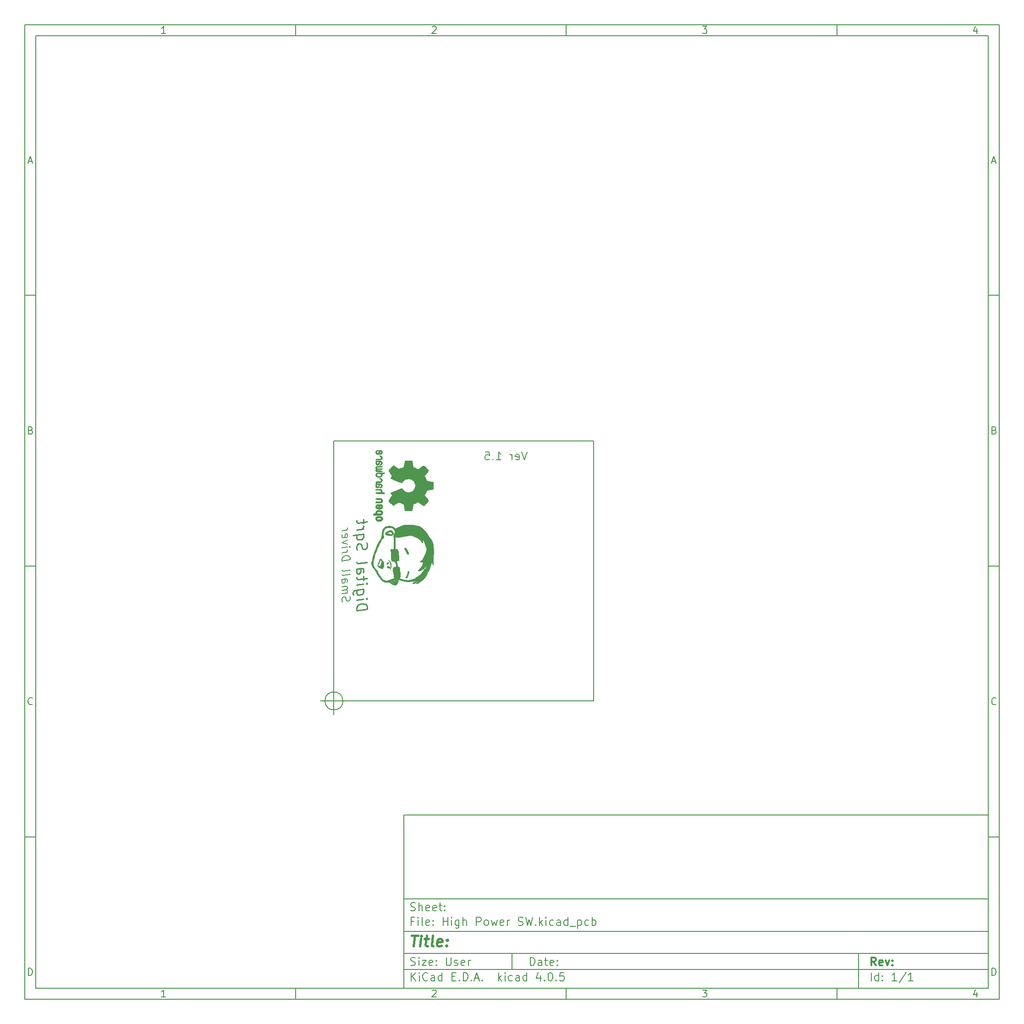
<source format=gbr>
G04 #@! TF.FileFunction,Legend,Bot*
%FSLAX46Y46*%
G04 Gerber Fmt 4.6, Leading zero omitted, Abs format (unit mm)*
G04 Created by KiCad (PCBNEW 4.0.5) date 02/11/17 01:18:53*
%MOMM*%
%LPD*%
G01*
G04 APERTURE LIST*
%ADD10C,0.100000*%
%ADD11C,0.150000*%
%ADD12C,0.300000*%
%ADD13C,0.400000*%
%ADD14C,0.250000*%
%ADD15C,0.200000*%
%ADD16C,0.010000*%
G04 APERTURE END LIST*
D10*
D11*
X79999600Y-155999600D02*
X79999600Y-187999600D01*
X187999600Y-187999600D01*
X187999600Y-155999600D01*
X79999600Y-155999600D01*
D10*
D11*
X10000000Y-10000000D02*
X10000000Y-189999600D01*
X189999600Y-189999600D01*
X189999600Y-10000000D01*
X10000000Y-10000000D01*
D10*
D11*
X12000000Y-12000000D02*
X12000000Y-187999600D01*
X187999600Y-187999600D01*
X187999600Y-12000000D01*
X12000000Y-12000000D01*
D10*
D11*
X60000000Y-12000000D02*
X60000000Y-10000000D01*
D10*
D11*
X110000000Y-12000000D02*
X110000000Y-10000000D01*
D10*
D11*
X160000000Y-12000000D02*
X160000000Y-10000000D01*
D10*
D11*
X35990476Y-11588095D02*
X35247619Y-11588095D01*
X35619048Y-11588095D02*
X35619048Y-10288095D01*
X35495238Y-10473810D01*
X35371429Y-10597619D01*
X35247619Y-10659524D01*
D10*
D11*
X85247619Y-10411905D02*
X85309524Y-10350000D01*
X85433333Y-10288095D01*
X85742857Y-10288095D01*
X85866667Y-10350000D01*
X85928571Y-10411905D01*
X85990476Y-10535714D01*
X85990476Y-10659524D01*
X85928571Y-10845238D01*
X85185714Y-11588095D01*
X85990476Y-11588095D01*
D10*
D11*
X135185714Y-10288095D02*
X135990476Y-10288095D01*
X135557143Y-10783333D01*
X135742857Y-10783333D01*
X135866667Y-10845238D01*
X135928571Y-10907143D01*
X135990476Y-11030952D01*
X135990476Y-11340476D01*
X135928571Y-11464286D01*
X135866667Y-11526190D01*
X135742857Y-11588095D01*
X135371429Y-11588095D01*
X135247619Y-11526190D01*
X135185714Y-11464286D01*
D10*
D11*
X185866667Y-10721429D02*
X185866667Y-11588095D01*
X185557143Y-10226190D02*
X185247619Y-11154762D01*
X186052381Y-11154762D01*
D10*
D11*
X60000000Y-187999600D02*
X60000000Y-189999600D01*
D10*
D11*
X110000000Y-187999600D02*
X110000000Y-189999600D01*
D10*
D11*
X160000000Y-187999600D02*
X160000000Y-189999600D01*
D10*
D11*
X35990476Y-189587695D02*
X35247619Y-189587695D01*
X35619048Y-189587695D02*
X35619048Y-188287695D01*
X35495238Y-188473410D01*
X35371429Y-188597219D01*
X35247619Y-188659124D01*
D10*
D11*
X85247619Y-188411505D02*
X85309524Y-188349600D01*
X85433333Y-188287695D01*
X85742857Y-188287695D01*
X85866667Y-188349600D01*
X85928571Y-188411505D01*
X85990476Y-188535314D01*
X85990476Y-188659124D01*
X85928571Y-188844838D01*
X85185714Y-189587695D01*
X85990476Y-189587695D01*
D10*
D11*
X135185714Y-188287695D02*
X135990476Y-188287695D01*
X135557143Y-188782933D01*
X135742857Y-188782933D01*
X135866667Y-188844838D01*
X135928571Y-188906743D01*
X135990476Y-189030552D01*
X135990476Y-189340076D01*
X135928571Y-189463886D01*
X135866667Y-189525790D01*
X135742857Y-189587695D01*
X135371429Y-189587695D01*
X135247619Y-189525790D01*
X135185714Y-189463886D01*
D10*
D11*
X185866667Y-188721029D02*
X185866667Y-189587695D01*
X185557143Y-188225790D02*
X185247619Y-189154362D01*
X186052381Y-189154362D01*
D10*
D11*
X10000000Y-60000000D02*
X12000000Y-60000000D01*
D10*
D11*
X10000000Y-110000000D02*
X12000000Y-110000000D01*
D10*
D11*
X10000000Y-160000000D02*
X12000000Y-160000000D01*
D10*
D11*
X10690476Y-35216667D02*
X11309524Y-35216667D01*
X10566667Y-35588095D02*
X11000000Y-34288095D01*
X11433333Y-35588095D01*
D10*
D11*
X11092857Y-84907143D02*
X11278571Y-84969048D01*
X11340476Y-85030952D01*
X11402381Y-85154762D01*
X11402381Y-85340476D01*
X11340476Y-85464286D01*
X11278571Y-85526190D01*
X11154762Y-85588095D01*
X10659524Y-85588095D01*
X10659524Y-84288095D01*
X11092857Y-84288095D01*
X11216667Y-84350000D01*
X11278571Y-84411905D01*
X11340476Y-84535714D01*
X11340476Y-84659524D01*
X11278571Y-84783333D01*
X11216667Y-84845238D01*
X11092857Y-84907143D01*
X10659524Y-84907143D01*
D10*
D11*
X11402381Y-135464286D02*
X11340476Y-135526190D01*
X11154762Y-135588095D01*
X11030952Y-135588095D01*
X10845238Y-135526190D01*
X10721429Y-135402381D01*
X10659524Y-135278571D01*
X10597619Y-135030952D01*
X10597619Y-134845238D01*
X10659524Y-134597619D01*
X10721429Y-134473810D01*
X10845238Y-134350000D01*
X11030952Y-134288095D01*
X11154762Y-134288095D01*
X11340476Y-134350000D01*
X11402381Y-134411905D01*
D10*
D11*
X10659524Y-185588095D02*
X10659524Y-184288095D01*
X10969048Y-184288095D01*
X11154762Y-184350000D01*
X11278571Y-184473810D01*
X11340476Y-184597619D01*
X11402381Y-184845238D01*
X11402381Y-185030952D01*
X11340476Y-185278571D01*
X11278571Y-185402381D01*
X11154762Y-185526190D01*
X10969048Y-185588095D01*
X10659524Y-185588095D01*
D10*
D11*
X189999600Y-60000000D02*
X187999600Y-60000000D01*
D10*
D11*
X189999600Y-110000000D02*
X187999600Y-110000000D01*
D10*
D11*
X189999600Y-160000000D02*
X187999600Y-160000000D01*
D10*
D11*
X188690076Y-35216667D02*
X189309124Y-35216667D01*
X188566267Y-35588095D02*
X188999600Y-34288095D01*
X189432933Y-35588095D01*
D10*
D11*
X189092457Y-84907143D02*
X189278171Y-84969048D01*
X189340076Y-85030952D01*
X189401981Y-85154762D01*
X189401981Y-85340476D01*
X189340076Y-85464286D01*
X189278171Y-85526190D01*
X189154362Y-85588095D01*
X188659124Y-85588095D01*
X188659124Y-84288095D01*
X189092457Y-84288095D01*
X189216267Y-84350000D01*
X189278171Y-84411905D01*
X189340076Y-84535714D01*
X189340076Y-84659524D01*
X189278171Y-84783333D01*
X189216267Y-84845238D01*
X189092457Y-84907143D01*
X188659124Y-84907143D01*
D10*
D11*
X189401981Y-135464286D02*
X189340076Y-135526190D01*
X189154362Y-135588095D01*
X189030552Y-135588095D01*
X188844838Y-135526190D01*
X188721029Y-135402381D01*
X188659124Y-135278571D01*
X188597219Y-135030952D01*
X188597219Y-134845238D01*
X188659124Y-134597619D01*
X188721029Y-134473810D01*
X188844838Y-134350000D01*
X189030552Y-134288095D01*
X189154362Y-134288095D01*
X189340076Y-134350000D01*
X189401981Y-134411905D01*
D10*
D11*
X188659124Y-185588095D02*
X188659124Y-184288095D01*
X188968648Y-184288095D01*
X189154362Y-184350000D01*
X189278171Y-184473810D01*
X189340076Y-184597619D01*
X189401981Y-184845238D01*
X189401981Y-185030952D01*
X189340076Y-185278571D01*
X189278171Y-185402381D01*
X189154362Y-185526190D01*
X188968648Y-185588095D01*
X188659124Y-185588095D01*
D10*
D11*
X103356743Y-183778171D02*
X103356743Y-182278171D01*
X103713886Y-182278171D01*
X103928171Y-182349600D01*
X104071029Y-182492457D01*
X104142457Y-182635314D01*
X104213886Y-182921029D01*
X104213886Y-183135314D01*
X104142457Y-183421029D01*
X104071029Y-183563886D01*
X103928171Y-183706743D01*
X103713886Y-183778171D01*
X103356743Y-183778171D01*
X105499600Y-183778171D02*
X105499600Y-182992457D01*
X105428171Y-182849600D01*
X105285314Y-182778171D01*
X104999600Y-182778171D01*
X104856743Y-182849600D01*
X105499600Y-183706743D02*
X105356743Y-183778171D01*
X104999600Y-183778171D01*
X104856743Y-183706743D01*
X104785314Y-183563886D01*
X104785314Y-183421029D01*
X104856743Y-183278171D01*
X104999600Y-183206743D01*
X105356743Y-183206743D01*
X105499600Y-183135314D01*
X105999600Y-182778171D02*
X106571029Y-182778171D01*
X106213886Y-182278171D02*
X106213886Y-183563886D01*
X106285314Y-183706743D01*
X106428172Y-183778171D01*
X106571029Y-183778171D01*
X107642457Y-183706743D02*
X107499600Y-183778171D01*
X107213886Y-183778171D01*
X107071029Y-183706743D01*
X106999600Y-183563886D01*
X106999600Y-182992457D01*
X107071029Y-182849600D01*
X107213886Y-182778171D01*
X107499600Y-182778171D01*
X107642457Y-182849600D01*
X107713886Y-182992457D01*
X107713886Y-183135314D01*
X106999600Y-183278171D01*
X108356743Y-183635314D02*
X108428171Y-183706743D01*
X108356743Y-183778171D01*
X108285314Y-183706743D01*
X108356743Y-183635314D01*
X108356743Y-183778171D01*
X108356743Y-182849600D02*
X108428171Y-182921029D01*
X108356743Y-182992457D01*
X108285314Y-182921029D01*
X108356743Y-182849600D01*
X108356743Y-182992457D01*
D10*
D11*
X79999600Y-184499600D02*
X187999600Y-184499600D01*
D10*
D11*
X81356743Y-186578171D02*
X81356743Y-185078171D01*
X82213886Y-186578171D02*
X81571029Y-185721029D01*
X82213886Y-185078171D02*
X81356743Y-185935314D01*
X82856743Y-186578171D02*
X82856743Y-185578171D01*
X82856743Y-185078171D02*
X82785314Y-185149600D01*
X82856743Y-185221029D01*
X82928171Y-185149600D01*
X82856743Y-185078171D01*
X82856743Y-185221029D01*
X84428172Y-186435314D02*
X84356743Y-186506743D01*
X84142457Y-186578171D01*
X83999600Y-186578171D01*
X83785315Y-186506743D01*
X83642457Y-186363886D01*
X83571029Y-186221029D01*
X83499600Y-185935314D01*
X83499600Y-185721029D01*
X83571029Y-185435314D01*
X83642457Y-185292457D01*
X83785315Y-185149600D01*
X83999600Y-185078171D01*
X84142457Y-185078171D01*
X84356743Y-185149600D01*
X84428172Y-185221029D01*
X85713886Y-186578171D02*
X85713886Y-185792457D01*
X85642457Y-185649600D01*
X85499600Y-185578171D01*
X85213886Y-185578171D01*
X85071029Y-185649600D01*
X85713886Y-186506743D02*
X85571029Y-186578171D01*
X85213886Y-186578171D01*
X85071029Y-186506743D01*
X84999600Y-186363886D01*
X84999600Y-186221029D01*
X85071029Y-186078171D01*
X85213886Y-186006743D01*
X85571029Y-186006743D01*
X85713886Y-185935314D01*
X87071029Y-186578171D02*
X87071029Y-185078171D01*
X87071029Y-186506743D02*
X86928172Y-186578171D01*
X86642458Y-186578171D01*
X86499600Y-186506743D01*
X86428172Y-186435314D01*
X86356743Y-186292457D01*
X86356743Y-185863886D01*
X86428172Y-185721029D01*
X86499600Y-185649600D01*
X86642458Y-185578171D01*
X86928172Y-185578171D01*
X87071029Y-185649600D01*
X88928172Y-185792457D02*
X89428172Y-185792457D01*
X89642458Y-186578171D02*
X88928172Y-186578171D01*
X88928172Y-185078171D01*
X89642458Y-185078171D01*
X90285315Y-186435314D02*
X90356743Y-186506743D01*
X90285315Y-186578171D01*
X90213886Y-186506743D01*
X90285315Y-186435314D01*
X90285315Y-186578171D01*
X90999601Y-186578171D02*
X90999601Y-185078171D01*
X91356744Y-185078171D01*
X91571029Y-185149600D01*
X91713887Y-185292457D01*
X91785315Y-185435314D01*
X91856744Y-185721029D01*
X91856744Y-185935314D01*
X91785315Y-186221029D01*
X91713887Y-186363886D01*
X91571029Y-186506743D01*
X91356744Y-186578171D01*
X90999601Y-186578171D01*
X92499601Y-186435314D02*
X92571029Y-186506743D01*
X92499601Y-186578171D01*
X92428172Y-186506743D01*
X92499601Y-186435314D01*
X92499601Y-186578171D01*
X93142458Y-186149600D02*
X93856744Y-186149600D01*
X92999601Y-186578171D02*
X93499601Y-185078171D01*
X93999601Y-186578171D01*
X94499601Y-186435314D02*
X94571029Y-186506743D01*
X94499601Y-186578171D01*
X94428172Y-186506743D01*
X94499601Y-186435314D01*
X94499601Y-186578171D01*
X97499601Y-186578171D02*
X97499601Y-185078171D01*
X97642458Y-186006743D02*
X98071029Y-186578171D01*
X98071029Y-185578171D02*
X97499601Y-186149600D01*
X98713887Y-186578171D02*
X98713887Y-185578171D01*
X98713887Y-185078171D02*
X98642458Y-185149600D01*
X98713887Y-185221029D01*
X98785315Y-185149600D01*
X98713887Y-185078171D01*
X98713887Y-185221029D01*
X100071030Y-186506743D02*
X99928173Y-186578171D01*
X99642459Y-186578171D01*
X99499601Y-186506743D01*
X99428173Y-186435314D01*
X99356744Y-186292457D01*
X99356744Y-185863886D01*
X99428173Y-185721029D01*
X99499601Y-185649600D01*
X99642459Y-185578171D01*
X99928173Y-185578171D01*
X100071030Y-185649600D01*
X101356744Y-186578171D02*
X101356744Y-185792457D01*
X101285315Y-185649600D01*
X101142458Y-185578171D01*
X100856744Y-185578171D01*
X100713887Y-185649600D01*
X101356744Y-186506743D02*
X101213887Y-186578171D01*
X100856744Y-186578171D01*
X100713887Y-186506743D01*
X100642458Y-186363886D01*
X100642458Y-186221029D01*
X100713887Y-186078171D01*
X100856744Y-186006743D01*
X101213887Y-186006743D01*
X101356744Y-185935314D01*
X102713887Y-186578171D02*
X102713887Y-185078171D01*
X102713887Y-186506743D02*
X102571030Y-186578171D01*
X102285316Y-186578171D01*
X102142458Y-186506743D01*
X102071030Y-186435314D01*
X101999601Y-186292457D01*
X101999601Y-185863886D01*
X102071030Y-185721029D01*
X102142458Y-185649600D01*
X102285316Y-185578171D01*
X102571030Y-185578171D01*
X102713887Y-185649600D01*
X105213887Y-185578171D02*
X105213887Y-186578171D01*
X104856744Y-185006743D02*
X104499601Y-186078171D01*
X105428173Y-186078171D01*
X105999601Y-186435314D02*
X106071029Y-186506743D01*
X105999601Y-186578171D01*
X105928172Y-186506743D01*
X105999601Y-186435314D01*
X105999601Y-186578171D01*
X106999601Y-185078171D02*
X107142458Y-185078171D01*
X107285315Y-185149600D01*
X107356744Y-185221029D01*
X107428173Y-185363886D01*
X107499601Y-185649600D01*
X107499601Y-186006743D01*
X107428173Y-186292457D01*
X107356744Y-186435314D01*
X107285315Y-186506743D01*
X107142458Y-186578171D01*
X106999601Y-186578171D01*
X106856744Y-186506743D01*
X106785315Y-186435314D01*
X106713887Y-186292457D01*
X106642458Y-186006743D01*
X106642458Y-185649600D01*
X106713887Y-185363886D01*
X106785315Y-185221029D01*
X106856744Y-185149600D01*
X106999601Y-185078171D01*
X108142458Y-186435314D02*
X108213886Y-186506743D01*
X108142458Y-186578171D01*
X108071029Y-186506743D01*
X108142458Y-186435314D01*
X108142458Y-186578171D01*
X109571030Y-185078171D02*
X108856744Y-185078171D01*
X108785315Y-185792457D01*
X108856744Y-185721029D01*
X108999601Y-185649600D01*
X109356744Y-185649600D01*
X109499601Y-185721029D01*
X109571030Y-185792457D01*
X109642458Y-185935314D01*
X109642458Y-186292457D01*
X109571030Y-186435314D01*
X109499601Y-186506743D01*
X109356744Y-186578171D01*
X108999601Y-186578171D01*
X108856744Y-186506743D01*
X108785315Y-186435314D01*
D10*
D11*
X79999600Y-181499600D02*
X187999600Y-181499600D01*
D10*
D12*
X167213886Y-183778171D02*
X166713886Y-183063886D01*
X166356743Y-183778171D02*
X166356743Y-182278171D01*
X166928171Y-182278171D01*
X167071029Y-182349600D01*
X167142457Y-182421029D01*
X167213886Y-182563886D01*
X167213886Y-182778171D01*
X167142457Y-182921029D01*
X167071029Y-182992457D01*
X166928171Y-183063886D01*
X166356743Y-183063886D01*
X168428171Y-183706743D02*
X168285314Y-183778171D01*
X167999600Y-183778171D01*
X167856743Y-183706743D01*
X167785314Y-183563886D01*
X167785314Y-182992457D01*
X167856743Y-182849600D01*
X167999600Y-182778171D01*
X168285314Y-182778171D01*
X168428171Y-182849600D01*
X168499600Y-182992457D01*
X168499600Y-183135314D01*
X167785314Y-183278171D01*
X168999600Y-182778171D02*
X169356743Y-183778171D01*
X169713885Y-182778171D01*
X170285314Y-183635314D02*
X170356742Y-183706743D01*
X170285314Y-183778171D01*
X170213885Y-183706743D01*
X170285314Y-183635314D01*
X170285314Y-183778171D01*
X170285314Y-182849600D02*
X170356742Y-182921029D01*
X170285314Y-182992457D01*
X170213885Y-182921029D01*
X170285314Y-182849600D01*
X170285314Y-182992457D01*
D10*
D11*
X81285314Y-183706743D02*
X81499600Y-183778171D01*
X81856743Y-183778171D01*
X81999600Y-183706743D01*
X82071029Y-183635314D01*
X82142457Y-183492457D01*
X82142457Y-183349600D01*
X82071029Y-183206743D01*
X81999600Y-183135314D01*
X81856743Y-183063886D01*
X81571029Y-182992457D01*
X81428171Y-182921029D01*
X81356743Y-182849600D01*
X81285314Y-182706743D01*
X81285314Y-182563886D01*
X81356743Y-182421029D01*
X81428171Y-182349600D01*
X81571029Y-182278171D01*
X81928171Y-182278171D01*
X82142457Y-182349600D01*
X82785314Y-183778171D02*
X82785314Y-182778171D01*
X82785314Y-182278171D02*
X82713885Y-182349600D01*
X82785314Y-182421029D01*
X82856742Y-182349600D01*
X82785314Y-182278171D01*
X82785314Y-182421029D01*
X83356743Y-182778171D02*
X84142457Y-182778171D01*
X83356743Y-183778171D01*
X84142457Y-183778171D01*
X85285314Y-183706743D02*
X85142457Y-183778171D01*
X84856743Y-183778171D01*
X84713886Y-183706743D01*
X84642457Y-183563886D01*
X84642457Y-182992457D01*
X84713886Y-182849600D01*
X84856743Y-182778171D01*
X85142457Y-182778171D01*
X85285314Y-182849600D01*
X85356743Y-182992457D01*
X85356743Y-183135314D01*
X84642457Y-183278171D01*
X85999600Y-183635314D02*
X86071028Y-183706743D01*
X85999600Y-183778171D01*
X85928171Y-183706743D01*
X85999600Y-183635314D01*
X85999600Y-183778171D01*
X85999600Y-182849600D02*
X86071028Y-182921029D01*
X85999600Y-182992457D01*
X85928171Y-182921029D01*
X85999600Y-182849600D01*
X85999600Y-182992457D01*
X87856743Y-182278171D02*
X87856743Y-183492457D01*
X87928171Y-183635314D01*
X87999600Y-183706743D01*
X88142457Y-183778171D01*
X88428171Y-183778171D01*
X88571029Y-183706743D01*
X88642457Y-183635314D01*
X88713886Y-183492457D01*
X88713886Y-182278171D01*
X89356743Y-183706743D02*
X89499600Y-183778171D01*
X89785315Y-183778171D01*
X89928172Y-183706743D01*
X89999600Y-183563886D01*
X89999600Y-183492457D01*
X89928172Y-183349600D01*
X89785315Y-183278171D01*
X89571029Y-183278171D01*
X89428172Y-183206743D01*
X89356743Y-183063886D01*
X89356743Y-182992457D01*
X89428172Y-182849600D01*
X89571029Y-182778171D01*
X89785315Y-182778171D01*
X89928172Y-182849600D01*
X91213886Y-183706743D02*
X91071029Y-183778171D01*
X90785315Y-183778171D01*
X90642458Y-183706743D01*
X90571029Y-183563886D01*
X90571029Y-182992457D01*
X90642458Y-182849600D01*
X90785315Y-182778171D01*
X91071029Y-182778171D01*
X91213886Y-182849600D01*
X91285315Y-182992457D01*
X91285315Y-183135314D01*
X90571029Y-183278171D01*
X91928172Y-183778171D02*
X91928172Y-182778171D01*
X91928172Y-183063886D02*
X91999600Y-182921029D01*
X92071029Y-182849600D01*
X92213886Y-182778171D01*
X92356743Y-182778171D01*
D10*
D11*
X166356743Y-186578171D02*
X166356743Y-185078171D01*
X167713886Y-186578171D02*
X167713886Y-185078171D01*
X167713886Y-186506743D02*
X167571029Y-186578171D01*
X167285315Y-186578171D01*
X167142457Y-186506743D01*
X167071029Y-186435314D01*
X166999600Y-186292457D01*
X166999600Y-185863886D01*
X167071029Y-185721029D01*
X167142457Y-185649600D01*
X167285315Y-185578171D01*
X167571029Y-185578171D01*
X167713886Y-185649600D01*
X168428172Y-186435314D02*
X168499600Y-186506743D01*
X168428172Y-186578171D01*
X168356743Y-186506743D01*
X168428172Y-186435314D01*
X168428172Y-186578171D01*
X168428172Y-185649600D02*
X168499600Y-185721029D01*
X168428172Y-185792457D01*
X168356743Y-185721029D01*
X168428172Y-185649600D01*
X168428172Y-185792457D01*
X171071029Y-186578171D02*
X170213886Y-186578171D01*
X170642458Y-186578171D02*
X170642458Y-185078171D01*
X170499601Y-185292457D01*
X170356743Y-185435314D01*
X170213886Y-185506743D01*
X172785314Y-185006743D02*
X171499600Y-186935314D01*
X174071029Y-186578171D02*
X173213886Y-186578171D01*
X173642458Y-186578171D02*
X173642458Y-185078171D01*
X173499601Y-185292457D01*
X173356743Y-185435314D01*
X173213886Y-185506743D01*
D10*
D11*
X79999600Y-177499600D02*
X187999600Y-177499600D01*
D10*
D13*
X81451981Y-178204362D02*
X82594838Y-178204362D01*
X81773410Y-180204362D02*
X82023410Y-178204362D01*
X83011505Y-180204362D02*
X83178171Y-178871029D01*
X83261505Y-178204362D02*
X83154362Y-178299600D01*
X83237695Y-178394838D01*
X83344839Y-178299600D01*
X83261505Y-178204362D01*
X83237695Y-178394838D01*
X83844838Y-178871029D02*
X84606743Y-178871029D01*
X84213886Y-178204362D02*
X83999600Y-179918648D01*
X84071030Y-180109124D01*
X84249601Y-180204362D01*
X84440077Y-180204362D01*
X85392458Y-180204362D02*
X85213887Y-180109124D01*
X85142457Y-179918648D01*
X85356743Y-178204362D01*
X86928172Y-180109124D02*
X86725791Y-180204362D01*
X86344839Y-180204362D01*
X86166267Y-180109124D01*
X86094838Y-179918648D01*
X86190076Y-179156743D01*
X86309124Y-178966267D01*
X86511505Y-178871029D01*
X86892457Y-178871029D01*
X87071029Y-178966267D01*
X87142457Y-179156743D01*
X87118648Y-179347219D01*
X86142457Y-179537695D01*
X87892457Y-180013886D02*
X87975792Y-180109124D01*
X87868648Y-180204362D01*
X87785315Y-180109124D01*
X87892457Y-180013886D01*
X87868648Y-180204362D01*
X88023410Y-178966267D02*
X88106744Y-179061505D01*
X87999600Y-179156743D01*
X87916267Y-179061505D01*
X88023410Y-178966267D01*
X87999600Y-179156743D01*
D10*
D11*
X81856743Y-175592457D02*
X81356743Y-175592457D01*
X81356743Y-176378171D02*
X81356743Y-174878171D01*
X82071029Y-174878171D01*
X82642457Y-176378171D02*
X82642457Y-175378171D01*
X82642457Y-174878171D02*
X82571028Y-174949600D01*
X82642457Y-175021029D01*
X82713885Y-174949600D01*
X82642457Y-174878171D01*
X82642457Y-175021029D01*
X83571029Y-176378171D02*
X83428171Y-176306743D01*
X83356743Y-176163886D01*
X83356743Y-174878171D01*
X84713885Y-176306743D02*
X84571028Y-176378171D01*
X84285314Y-176378171D01*
X84142457Y-176306743D01*
X84071028Y-176163886D01*
X84071028Y-175592457D01*
X84142457Y-175449600D01*
X84285314Y-175378171D01*
X84571028Y-175378171D01*
X84713885Y-175449600D01*
X84785314Y-175592457D01*
X84785314Y-175735314D01*
X84071028Y-175878171D01*
X85428171Y-176235314D02*
X85499599Y-176306743D01*
X85428171Y-176378171D01*
X85356742Y-176306743D01*
X85428171Y-176235314D01*
X85428171Y-176378171D01*
X85428171Y-175449600D02*
X85499599Y-175521029D01*
X85428171Y-175592457D01*
X85356742Y-175521029D01*
X85428171Y-175449600D01*
X85428171Y-175592457D01*
X87285314Y-176378171D02*
X87285314Y-174878171D01*
X87285314Y-175592457D02*
X88142457Y-175592457D01*
X88142457Y-176378171D02*
X88142457Y-174878171D01*
X88856743Y-176378171D02*
X88856743Y-175378171D01*
X88856743Y-174878171D02*
X88785314Y-174949600D01*
X88856743Y-175021029D01*
X88928171Y-174949600D01*
X88856743Y-174878171D01*
X88856743Y-175021029D01*
X90213886Y-175378171D02*
X90213886Y-176592457D01*
X90142457Y-176735314D01*
X90071029Y-176806743D01*
X89928172Y-176878171D01*
X89713886Y-176878171D01*
X89571029Y-176806743D01*
X90213886Y-176306743D02*
X90071029Y-176378171D01*
X89785315Y-176378171D01*
X89642457Y-176306743D01*
X89571029Y-176235314D01*
X89499600Y-176092457D01*
X89499600Y-175663886D01*
X89571029Y-175521029D01*
X89642457Y-175449600D01*
X89785315Y-175378171D01*
X90071029Y-175378171D01*
X90213886Y-175449600D01*
X90928172Y-176378171D02*
X90928172Y-174878171D01*
X91571029Y-176378171D02*
X91571029Y-175592457D01*
X91499600Y-175449600D01*
X91356743Y-175378171D01*
X91142458Y-175378171D01*
X90999600Y-175449600D01*
X90928172Y-175521029D01*
X93428172Y-176378171D02*
X93428172Y-174878171D01*
X93999600Y-174878171D01*
X94142458Y-174949600D01*
X94213886Y-175021029D01*
X94285315Y-175163886D01*
X94285315Y-175378171D01*
X94213886Y-175521029D01*
X94142458Y-175592457D01*
X93999600Y-175663886D01*
X93428172Y-175663886D01*
X95142458Y-176378171D02*
X94999600Y-176306743D01*
X94928172Y-176235314D01*
X94856743Y-176092457D01*
X94856743Y-175663886D01*
X94928172Y-175521029D01*
X94999600Y-175449600D01*
X95142458Y-175378171D01*
X95356743Y-175378171D01*
X95499600Y-175449600D01*
X95571029Y-175521029D01*
X95642458Y-175663886D01*
X95642458Y-176092457D01*
X95571029Y-176235314D01*
X95499600Y-176306743D01*
X95356743Y-176378171D01*
X95142458Y-176378171D01*
X96142458Y-175378171D02*
X96428172Y-176378171D01*
X96713886Y-175663886D01*
X96999601Y-176378171D01*
X97285315Y-175378171D01*
X98428172Y-176306743D02*
X98285315Y-176378171D01*
X97999601Y-176378171D01*
X97856744Y-176306743D01*
X97785315Y-176163886D01*
X97785315Y-175592457D01*
X97856744Y-175449600D01*
X97999601Y-175378171D01*
X98285315Y-175378171D01*
X98428172Y-175449600D01*
X98499601Y-175592457D01*
X98499601Y-175735314D01*
X97785315Y-175878171D01*
X99142458Y-176378171D02*
X99142458Y-175378171D01*
X99142458Y-175663886D02*
X99213886Y-175521029D01*
X99285315Y-175449600D01*
X99428172Y-175378171D01*
X99571029Y-175378171D01*
X101142457Y-176306743D02*
X101356743Y-176378171D01*
X101713886Y-176378171D01*
X101856743Y-176306743D01*
X101928172Y-176235314D01*
X101999600Y-176092457D01*
X101999600Y-175949600D01*
X101928172Y-175806743D01*
X101856743Y-175735314D01*
X101713886Y-175663886D01*
X101428172Y-175592457D01*
X101285314Y-175521029D01*
X101213886Y-175449600D01*
X101142457Y-175306743D01*
X101142457Y-175163886D01*
X101213886Y-175021029D01*
X101285314Y-174949600D01*
X101428172Y-174878171D01*
X101785314Y-174878171D01*
X101999600Y-174949600D01*
X102499600Y-174878171D02*
X102856743Y-176378171D01*
X103142457Y-175306743D01*
X103428171Y-176378171D01*
X103785314Y-174878171D01*
X104356743Y-176235314D02*
X104428171Y-176306743D01*
X104356743Y-176378171D01*
X104285314Y-176306743D01*
X104356743Y-176235314D01*
X104356743Y-176378171D01*
X105071029Y-176378171D02*
X105071029Y-174878171D01*
X105213886Y-175806743D02*
X105642457Y-176378171D01*
X105642457Y-175378171D02*
X105071029Y-175949600D01*
X106285315Y-176378171D02*
X106285315Y-175378171D01*
X106285315Y-174878171D02*
X106213886Y-174949600D01*
X106285315Y-175021029D01*
X106356743Y-174949600D01*
X106285315Y-174878171D01*
X106285315Y-175021029D01*
X107642458Y-176306743D02*
X107499601Y-176378171D01*
X107213887Y-176378171D01*
X107071029Y-176306743D01*
X106999601Y-176235314D01*
X106928172Y-176092457D01*
X106928172Y-175663886D01*
X106999601Y-175521029D01*
X107071029Y-175449600D01*
X107213887Y-175378171D01*
X107499601Y-175378171D01*
X107642458Y-175449600D01*
X108928172Y-176378171D02*
X108928172Y-175592457D01*
X108856743Y-175449600D01*
X108713886Y-175378171D01*
X108428172Y-175378171D01*
X108285315Y-175449600D01*
X108928172Y-176306743D02*
X108785315Y-176378171D01*
X108428172Y-176378171D01*
X108285315Y-176306743D01*
X108213886Y-176163886D01*
X108213886Y-176021029D01*
X108285315Y-175878171D01*
X108428172Y-175806743D01*
X108785315Y-175806743D01*
X108928172Y-175735314D01*
X110285315Y-176378171D02*
X110285315Y-174878171D01*
X110285315Y-176306743D02*
X110142458Y-176378171D01*
X109856744Y-176378171D01*
X109713886Y-176306743D01*
X109642458Y-176235314D01*
X109571029Y-176092457D01*
X109571029Y-175663886D01*
X109642458Y-175521029D01*
X109713886Y-175449600D01*
X109856744Y-175378171D01*
X110142458Y-175378171D01*
X110285315Y-175449600D01*
X110642458Y-176521029D02*
X111785315Y-176521029D01*
X112142458Y-175378171D02*
X112142458Y-176878171D01*
X112142458Y-175449600D02*
X112285315Y-175378171D01*
X112571029Y-175378171D01*
X112713886Y-175449600D01*
X112785315Y-175521029D01*
X112856744Y-175663886D01*
X112856744Y-176092457D01*
X112785315Y-176235314D01*
X112713886Y-176306743D01*
X112571029Y-176378171D01*
X112285315Y-176378171D01*
X112142458Y-176306743D01*
X114142458Y-176306743D02*
X113999601Y-176378171D01*
X113713887Y-176378171D01*
X113571029Y-176306743D01*
X113499601Y-176235314D01*
X113428172Y-176092457D01*
X113428172Y-175663886D01*
X113499601Y-175521029D01*
X113571029Y-175449600D01*
X113713887Y-175378171D01*
X113999601Y-175378171D01*
X114142458Y-175449600D01*
X114785315Y-176378171D02*
X114785315Y-174878171D01*
X114785315Y-175449600D02*
X114928172Y-175378171D01*
X115213886Y-175378171D01*
X115356743Y-175449600D01*
X115428172Y-175521029D01*
X115499601Y-175663886D01*
X115499601Y-176092457D01*
X115428172Y-176235314D01*
X115356743Y-176306743D01*
X115213886Y-176378171D01*
X114928172Y-176378171D01*
X114785315Y-176306743D01*
D10*
D11*
X79999600Y-171499600D02*
X187999600Y-171499600D01*
D10*
D11*
X81285314Y-173606743D02*
X81499600Y-173678171D01*
X81856743Y-173678171D01*
X81999600Y-173606743D01*
X82071029Y-173535314D01*
X82142457Y-173392457D01*
X82142457Y-173249600D01*
X82071029Y-173106743D01*
X81999600Y-173035314D01*
X81856743Y-172963886D01*
X81571029Y-172892457D01*
X81428171Y-172821029D01*
X81356743Y-172749600D01*
X81285314Y-172606743D01*
X81285314Y-172463886D01*
X81356743Y-172321029D01*
X81428171Y-172249600D01*
X81571029Y-172178171D01*
X81928171Y-172178171D01*
X82142457Y-172249600D01*
X82785314Y-173678171D02*
X82785314Y-172178171D01*
X83428171Y-173678171D02*
X83428171Y-172892457D01*
X83356742Y-172749600D01*
X83213885Y-172678171D01*
X82999600Y-172678171D01*
X82856742Y-172749600D01*
X82785314Y-172821029D01*
X84713885Y-173606743D02*
X84571028Y-173678171D01*
X84285314Y-173678171D01*
X84142457Y-173606743D01*
X84071028Y-173463886D01*
X84071028Y-172892457D01*
X84142457Y-172749600D01*
X84285314Y-172678171D01*
X84571028Y-172678171D01*
X84713885Y-172749600D01*
X84785314Y-172892457D01*
X84785314Y-173035314D01*
X84071028Y-173178171D01*
X85999599Y-173606743D02*
X85856742Y-173678171D01*
X85571028Y-173678171D01*
X85428171Y-173606743D01*
X85356742Y-173463886D01*
X85356742Y-172892457D01*
X85428171Y-172749600D01*
X85571028Y-172678171D01*
X85856742Y-172678171D01*
X85999599Y-172749600D01*
X86071028Y-172892457D01*
X86071028Y-173035314D01*
X85356742Y-173178171D01*
X86499599Y-172678171D02*
X87071028Y-172678171D01*
X86713885Y-172178171D02*
X86713885Y-173463886D01*
X86785313Y-173606743D01*
X86928171Y-173678171D01*
X87071028Y-173678171D01*
X87571028Y-173535314D02*
X87642456Y-173606743D01*
X87571028Y-173678171D01*
X87499599Y-173606743D01*
X87571028Y-173535314D01*
X87571028Y-173678171D01*
X87571028Y-172749600D02*
X87642456Y-172821029D01*
X87571028Y-172892457D01*
X87499599Y-172821029D01*
X87571028Y-172749600D01*
X87571028Y-172892457D01*
D10*
D11*
X99999600Y-181499600D02*
X99999600Y-184499600D01*
D10*
D11*
X163999600Y-181499600D02*
X163999600Y-187999600D01*
X68766666Y-134900000D02*
G75*
G03X68766666Y-134900000I-1666666J0D01*
G01*
X64600000Y-134900000D02*
X69600000Y-134900000D01*
X67100000Y-132400000D02*
X67100000Y-137400000D01*
X115100000Y-134900000D02*
X67100000Y-134900000D01*
X115100000Y-86900000D02*
X115100000Y-134900000D01*
X113100000Y-86900000D02*
X115100000Y-86900000D01*
X67100000Y-86900000D02*
X113100000Y-86900000D01*
X67100000Y-134900000D02*
X67100000Y-86900000D01*
X68766666Y-134900000D02*
G75*
G03X68766666Y-134900000I-1666666J0D01*
G01*
X64600000Y-134900000D02*
X69600000Y-134900000D01*
X67100000Y-132400000D02*
X67100000Y-137400000D01*
X68662857Y-116590178D02*
X68591429Y-116384820D01*
X68591429Y-116027677D01*
X68662857Y-115875892D01*
X68734286Y-115795534D01*
X68877143Y-115706249D01*
X69020000Y-115688392D01*
X69162857Y-115741963D01*
X69234286Y-115804463D01*
X69305714Y-115938392D01*
X69377143Y-116215177D01*
X69448571Y-116349107D01*
X69520000Y-116411606D01*
X69662857Y-116465178D01*
X69805714Y-116447321D01*
X69948571Y-116358035D01*
X70020000Y-116277678D01*
X70091429Y-116125891D01*
X70091429Y-115768749D01*
X70020000Y-115563392D01*
X68591429Y-115099106D02*
X69591429Y-114974106D01*
X69448571Y-114991964D02*
X69520000Y-114911607D01*
X69591429Y-114759820D01*
X69591429Y-114545535D01*
X69520000Y-114411607D01*
X69377143Y-114358035D01*
X68591429Y-114456249D01*
X69377143Y-114358035D02*
X69520000Y-114268749D01*
X69591429Y-114116963D01*
X69591429Y-113902678D01*
X69520000Y-113768749D01*
X69377143Y-113715178D01*
X68591429Y-113813392D01*
X68591429Y-112456249D02*
X69377143Y-112358035D01*
X69520000Y-112411607D01*
X69591429Y-112545535D01*
X69591429Y-112831249D01*
X69520000Y-112983035D01*
X68662857Y-112447321D02*
X68591429Y-112599106D01*
X68591429Y-112956249D01*
X68662857Y-113090178D01*
X68805714Y-113143750D01*
X68948571Y-113125893D01*
X69091429Y-113036606D01*
X69162857Y-112884821D01*
X69162857Y-112527678D01*
X69234286Y-112375892D01*
X68591429Y-111527677D02*
X68662857Y-111661607D01*
X68805714Y-111715178D01*
X70091429Y-111554463D01*
X68591429Y-110741963D02*
X68662857Y-110875893D01*
X68805714Y-110929464D01*
X70091429Y-110768749D01*
X68591429Y-109027678D02*
X70091429Y-108840178D01*
X70091429Y-108483035D01*
X70020000Y-108277679D01*
X69877143Y-108152678D01*
X69734286Y-108099107D01*
X69448571Y-108063393D01*
X69234286Y-108090178D01*
X68948571Y-108197322D01*
X68805714Y-108286607D01*
X68662857Y-108447322D01*
X68591429Y-108670535D01*
X68591429Y-109027678D01*
X68591429Y-107527678D02*
X69591429Y-107402678D01*
X69305714Y-107438393D02*
X69448571Y-107349108D01*
X69520000Y-107268750D01*
X69591429Y-107116964D01*
X69591429Y-106974107D01*
X68591429Y-106599107D02*
X69591429Y-106474107D01*
X70091429Y-106411607D02*
X70020000Y-106491965D01*
X69948571Y-106429465D01*
X70020000Y-106349108D01*
X70091429Y-106411607D01*
X69948571Y-106429465D01*
X69591429Y-105902678D02*
X68591429Y-105670535D01*
X69591429Y-105188393D01*
X68662857Y-104161608D02*
X68591429Y-104313393D01*
X68591429Y-104599107D01*
X68662857Y-104733036D01*
X68805714Y-104786608D01*
X69377143Y-104715179D01*
X69520000Y-104625893D01*
X69591429Y-104474107D01*
X69591429Y-104188393D01*
X69520000Y-104054465D01*
X69377143Y-104000893D01*
X69234286Y-104018750D01*
X69091429Y-104750893D01*
X68591429Y-103456250D02*
X69591429Y-103331250D01*
X69305714Y-103366965D02*
X69448571Y-103277680D01*
X69520000Y-103197322D01*
X69591429Y-103045536D01*
X69591429Y-102902679D01*
D14*
X71255238Y-118223572D02*
X73255238Y-117973572D01*
X73255238Y-117497381D01*
X73160000Y-117223572D01*
X72969524Y-117056905D01*
X72779048Y-116985476D01*
X72398095Y-116937857D01*
X72112381Y-116973571D01*
X71731429Y-117116428D01*
X71540952Y-117235477D01*
X71350476Y-117449762D01*
X71255238Y-117747381D01*
X71255238Y-118223572D01*
X71255238Y-116223572D02*
X72588571Y-116056906D01*
X73255238Y-115973572D02*
X73160000Y-116080715D01*
X73064762Y-115997382D01*
X73160000Y-115890238D01*
X73255238Y-115973572D01*
X73064762Y-115997382D01*
X72588571Y-114247382D02*
X70969524Y-114449763D01*
X70779048Y-114568810D01*
X70683810Y-114675953D01*
X70588571Y-114878334D01*
X70588571Y-115164048D01*
X70683810Y-115342620D01*
X71350476Y-114402143D02*
X71255238Y-114604524D01*
X71255238Y-114985476D01*
X71350476Y-115164047D01*
X71445714Y-115247382D01*
X71636190Y-115318810D01*
X72207619Y-115247382D01*
X72398095Y-115128334D01*
X72493333Y-115021190D01*
X72588571Y-114818810D01*
X72588571Y-114437858D01*
X72493333Y-114259286D01*
X71255238Y-113461667D02*
X72588571Y-113295001D01*
X73255238Y-113211667D02*
X73160000Y-113318810D01*
X73064762Y-113235477D01*
X73160000Y-113128333D01*
X73255238Y-113211667D01*
X73064762Y-113235477D01*
X72588571Y-112628334D02*
X72588571Y-111866429D01*
X73255238Y-112259286D02*
X71540952Y-112473572D01*
X71350476Y-112402142D01*
X71255238Y-112223571D01*
X71255238Y-112033095D01*
X71255238Y-110509286D02*
X72302857Y-110378334D01*
X72493333Y-110449762D01*
X72588571Y-110628334D01*
X72588571Y-111009286D01*
X72493333Y-111211667D01*
X71350476Y-110497381D02*
X71255238Y-110699762D01*
X71255238Y-111175952D01*
X71350476Y-111354524D01*
X71540952Y-111425953D01*
X71731429Y-111402143D01*
X71921905Y-111283096D01*
X72017143Y-111080714D01*
X72017143Y-110604524D01*
X72112381Y-110402143D01*
X71255238Y-109271190D02*
X71350476Y-109449761D01*
X71540952Y-109521191D01*
X73255238Y-109306905D01*
X71350476Y-107068809D02*
X71255238Y-106794999D01*
X71255238Y-106318809D01*
X71350476Y-106116428D01*
X71445714Y-106009286D01*
X71636190Y-105890237D01*
X71826667Y-105866428D01*
X72017143Y-105937857D01*
X72112381Y-106021190D01*
X72207619Y-106199762D01*
X72302857Y-106568809D01*
X72398095Y-106747380D01*
X72493333Y-106830714D01*
X72683810Y-106902143D01*
X72874286Y-106878333D01*
X73064762Y-106759286D01*
X73160000Y-106652142D01*
X73255238Y-106449761D01*
X73255238Y-105973571D01*
X73160000Y-105699761D01*
X72588571Y-104056905D02*
X70588571Y-104306905D01*
X71350476Y-104211666D02*
X71255238Y-104414047D01*
X71255238Y-104794999D01*
X71350476Y-104973570D01*
X71445714Y-105056905D01*
X71636190Y-105128333D01*
X72207619Y-105056905D01*
X72398095Y-104937857D01*
X72493333Y-104830713D01*
X72588571Y-104628333D01*
X72588571Y-104247381D01*
X72493333Y-104068809D01*
X71255238Y-103271190D02*
X72588571Y-103104524D01*
X72207619Y-103152143D02*
X72398095Y-103033094D01*
X72493333Y-102925951D01*
X72588571Y-102723571D01*
X72588571Y-102533095D01*
X72588571Y-102152143D02*
X72588571Y-101390238D01*
X73255238Y-101783095D02*
X71540952Y-101997381D01*
X71350476Y-101925951D01*
X71255238Y-101747380D01*
X71255238Y-101556904D01*
D15*
X102757143Y-88878571D02*
X102257143Y-90378571D01*
X101757143Y-88878571D01*
X100685715Y-90307143D02*
X100828572Y-90378571D01*
X101114286Y-90378571D01*
X101257143Y-90307143D01*
X101328572Y-90164286D01*
X101328572Y-89592857D01*
X101257143Y-89450000D01*
X101114286Y-89378571D01*
X100828572Y-89378571D01*
X100685715Y-89450000D01*
X100614286Y-89592857D01*
X100614286Y-89735714D01*
X101328572Y-89878571D01*
X99971429Y-90378571D02*
X99971429Y-89378571D01*
X99971429Y-89664286D02*
X99900001Y-89521429D01*
X99828572Y-89450000D01*
X99685715Y-89378571D01*
X99542858Y-89378571D01*
X97114287Y-90378571D02*
X97971430Y-90378571D01*
X97542858Y-90378571D02*
X97542858Y-88878571D01*
X97685715Y-89092857D01*
X97828573Y-89235714D01*
X97971430Y-89307143D01*
X96471430Y-90235714D02*
X96400002Y-90307143D01*
X96471430Y-90378571D01*
X96542859Y-90307143D01*
X96471430Y-90235714D01*
X96471430Y-90378571D01*
X95042858Y-88878571D02*
X95757144Y-88878571D01*
X95828573Y-89592857D01*
X95757144Y-89521429D01*
X95614287Y-89450000D01*
X95257144Y-89450000D01*
X95114287Y-89521429D01*
X95042858Y-89592857D01*
X94971430Y-89735714D01*
X94971430Y-90092857D01*
X95042858Y-90235714D01*
X95114287Y-90307143D01*
X95257144Y-90378571D01*
X95614287Y-90378571D01*
X95757144Y-90307143D01*
X95828573Y-90235714D01*
D16*
G36*
X85491730Y-106824108D02*
X85453460Y-106408289D01*
X85404230Y-106012299D01*
X85353082Y-105731246D01*
X85280461Y-105511656D01*
X85166812Y-105300055D01*
X84992581Y-105042967D01*
X84913786Y-104932509D01*
X84666604Y-104577936D01*
X84415183Y-104202037D01*
X84207947Y-103877453D01*
X84180981Y-103833243D01*
X83831823Y-103387158D01*
X83370205Y-102985202D01*
X82853001Y-102671405D01*
X82498646Y-102530867D01*
X82061195Y-102435918D01*
X81523692Y-102374303D01*
X80952705Y-102349177D01*
X80414805Y-102363697D01*
X80014851Y-102413105D01*
X79642055Y-102516259D01*
X79233082Y-102674149D01*
X78961044Y-102807453D01*
X78684620Y-102956137D01*
X78514216Y-103026254D01*
X78411255Y-103027351D01*
X78337156Y-102968978D01*
X78332211Y-102963101D01*
X78052531Y-102745109D01*
X77673216Y-102614499D01*
X77387704Y-102587139D01*
X76860222Y-102637781D01*
X76461907Y-102794176D01*
X76183569Y-103065345D01*
X76016023Y-103460309D01*
X75950081Y-103988087D01*
X75949766Y-103998959D01*
X75927158Y-104342041D01*
X75865556Y-104608751D01*
X75740545Y-104880188D01*
X75624234Y-105080232D01*
X75114452Y-106043089D01*
X74659077Y-107153163D01*
X74264029Y-108395432D01*
X74150439Y-108821888D01*
X74073032Y-109140916D01*
X74037393Y-109360366D01*
X74040489Y-109543958D01*
X74079286Y-109755413D01*
X74101460Y-109850842D01*
X74193008Y-110069381D01*
X74359736Y-110340030D01*
X74503935Y-110528907D01*
X74696713Y-110779083D01*
X74845815Y-111011621D01*
X74905131Y-111138732D01*
X75030009Y-111416441D01*
X75239496Y-111759532D01*
X75496050Y-112116608D01*
X75762125Y-112436275D01*
X76000178Y-112667135D01*
X76047543Y-112702631D01*
X76315501Y-112855724D01*
X76597457Y-112930857D01*
X76681375Y-112936968D01*
X76681375Y-112675788D01*
X76248676Y-112534370D01*
X76181536Y-112495470D01*
X75984312Y-112323780D01*
X75750026Y-112048076D01*
X75513548Y-111717641D01*
X75309745Y-111381758D01*
X75173485Y-111089710D01*
X75161217Y-111053333D01*
X75068746Y-110872694D01*
X74901849Y-110633419D01*
X74767008Y-110468838D01*
X74558769Y-110215105D01*
X74416436Y-109983961D01*
X74338160Y-109744825D01*
X74322092Y-109467119D01*
X74366382Y-109120262D01*
X74469183Y-108673674D01*
X74624452Y-108111388D01*
X74790798Y-107583236D01*
X74988170Y-107040312D01*
X75205132Y-106506328D01*
X75430247Y-106004996D01*
X75652076Y-105560028D01*
X75859183Y-105195136D01*
X76040130Y-104934033D01*
X76183480Y-104800430D01*
X76227460Y-104788000D01*
X76283527Y-104717825D01*
X76259906Y-104555167D01*
X76211399Y-104197622D01*
X76233415Y-103810262D01*
X76315195Y-103443975D01*
X76445982Y-103149649D01*
X76590251Y-102992372D01*
X76722846Y-102948355D01*
X76960295Y-102901188D01*
X77129728Y-102876664D01*
X77597491Y-102872748D01*
X77951927Y-102991117D01*
X78190187Y-103230730D01*
X78212993Y-103271721D01*
X78317888Y-103557751D01*
X78308819Y-103834640D01*
X78182613Y-104163568D01*
X78164946Y-104198706D01*
X78080373Y-104397784D01*
X78062108Y-104517932D01*
X78080279Y-104534000D01*
X78117371Y-104616542D01*
X78144713Y-104856137D01*
X78161428Y-105240734D01*
X78166666Y-105719333D01*
X78166666Y-106904667D01*
X77555734Y-106904667D01*
X77611619Y-107772500D01*
X77645500Y-108273777D01*
X77677366Y-108630547D01*
X77714932Y-108867356D01*
X77765913Y-109008750D01*
X77838022Y-109079274D01*
X77938974Y-109103476D01*
X78030712Y-109106000D01*
X78225492Y-109131746D01*
X78354401Y-109239172D01*
X78451492Y-109413959D01*
X78552534Y-109751079D01*
X78545113Y-109964292D01*
X78473353Y-110142348D01*
X78326659Y-110203353D01*
X78244606Y-110206667D01*
X78082512Y-110221935D01*
X78013692Y-110300941D01*
X77999771Y-110493483D01*
X77999947Y-110524167D01*
X78015973Y-110870132D01*
X78054174Y-111243504D01*
X78107598Y-111602286D01*
X78169292Y-111904478D01*
X78232304Y-112108081D01*
X78272184Y-112168678D01*
X78320303Y-112223951D01*
X78237980Y-112237370D01*
X78089834Y-112275444D01*
X77852680Y-112372510D01*
X77649996Y-112470906D01*
X77151208Y-112654588D01*
X76681375Y-112675788D01*
X76681375Y-112936968D01*
X76884017Y-112951726D01*
X77211814Y-112977711D01*
X77441592Y-113048731D01*
X77640285Y-113183874D01*
X77912805Y-113356455D01*
X78209732Y-113458213D01*
X78410025Y-113472062D01*
X78410025Y-113166020D01*
X78198512Y-113157710D01*
X77964315Y-113090865D01*
X77766178Y-112983717D01*
X77662847Y-112854500D01*
X77658666Y-112823998D01*
X77716801Y-112814069D01*
X77861001Y-112892574D01*
X77906162Y-112924579D01*
X78188046Y-113061068D01*
X78208431Y-113061661D01*
X78208431Y-112798865D01*
X78062182Y-112742702D01*
X77997333Y-112652942D01*
X78068106Y-112590875D01*
X78161670Y-112577333D01*
X78320437Y-112615693D01*
X78392420Y-112700810D01*
X78345021Y-112783425D01*
X78208431Y-112798865D01*
X78208431Y-113061661D01*
X78369267Y-113066344D01*
X78511863Y-113059197D01*
X78540108Y-113097564D01*
X78410025Y-113166020D01*
X78410025Y-113472062D01*
X78476854Y-113476683D01*
X78632333Y-113418823D01*
X78632333Y-112916000D01*
X78590000Y-112873667D01*
X78632333Y-112831333D01*
X78674666Y-112873667D01*
X78632333Y-112916000D01*
X78632333Y-113418823D01*
X78643643Y-113414614D01*
X78747196Y-113279865D01*
X78747196Y-112730809D01*
X78699792Y-112713773D01*
X78629640Y-112624651D01*
X78526062Y-112476252D01*
X78529326Y-112417939D01*
X78632333Y-112408000D01*
X78734525Y-112480091D01*
X78756640Y-112598500D01*
X78747196Y-112730809D01*
X78747196Y-113279865D01*
X78774790Y-113243958D01*
X78902508Y-112986064D01*
X78992022Y-112720100D01*
X79013333Y-112572925D01*
X79025326Y-112494013D01*
X79085098Y-112472012D01*
X79228342Y-112509990D01*
X79490749Y-112611016D01*
X79500166Y-112614785D01*
X80169581Y-112814340D01*
X80664333Y-112853885D01*
X80664333Y-112589910D01*
X80407366Y-112566382D01*
X80110446Y-112512210D01*
X79802826Y-112437045D01*
X79513755Y-112350536D01*
X79272485Y-112262334D01*
X79108267Y-112182089D01*
X79050353Y-112119451D01*
X79127993Y-112084071D01*
X79130267Y-112083805D01*
X79374200Y-112055944D01*
X79314780Y-111323621D01*
X79273309Y-110848698D01*
X79234175Y-110517471D01*
X79190145Y-110304573D01*
X79133987Y-110184636D01*
X79058467Y-110132294D01*
X78972157Y-110122000D01*
X78833968Y-110090070D01*
X78814121Y-109962641D01*
X78820536Y-109924675D01*
X78812787Y-109719701D01*
X78745883Y-109462396D01*
X78724128Y-109406335D01*
X78629685Y-109175679D01*
X78608693Y-109062162D01*
X78674860Y-109024479D01*
X78841894Y-109021326D01*
X78851901Y-109021333D01*
X79113803Y-109021333D01*
X79058637Y-108195833D01*
X79023849Y-107703452D01*
X78991014Y-107355236D01*
X78952597Y-107126286D01*
X78901065Y-106991700D01*
X78828880Y-106926578D01*
X78728510Y-106906019D01*
X78667939Y-106904667D01*
X78420666Y-106904667D01*
X78420666Y-104608291D01*
X78780500Y-104661736D01*
X79119947Y-104667351D01*
X79605829Y-104606650D01*
X80029333Y-104525002D01*
X80595995Y-104414413D01*
X81042508Y-104359473D01*
X81410050Y-104364384D01*
X81739803Y-104433351D01*
X82072946Y-104570579D01*
X82434337Y-104770535D01*
X82823577Y-105025525D01*
X83115419Y-105264628D01*
X83268201Y-105444167D01*
X83404605Y-105650466D01*
X83478912Y-105700045D01*
X83498103Y-105590786D01*
X83477538Y-105380667D01*
X83454207Y-105169416D01*
X83450855Y-105051133D01*
X83454875Y-105042000D01*
X83545871Y-105116219D01*
X83667850Y-105312063D01*
X83801993Y-105589314D01*
X83929478Y-105907755D01*
X84031485Y-106227167D01*
X84056958Y-106328578D01*
X84206798Y-106980155D01*
X83874899Y-107843800D01*
X83712253Y-108249773D01*
X83578644Y-108531813D01*
X83451699Y-108727332D01*
X83309047Y-108873739D01*
X83214798Y-108947607D01*
X83026096Y-109098055D01*
X82967086Y-109187097D01*
X83021750Y-109239599D01*
X83025710Y-109241151D01*
X83216244Y-109267696D01*
X83375079Y-109254341D01*
X83542272Y-109256538D01*
X83585333Y-109337779D01*
X83525522Y-109579585D01*
X83360724Y-109895667D01*
X83112889Y-110248225D01*
X82931260Y-110463998D01*
X82733512Y-110687141D01*
X82639146Y-110812764D01*
X82637897Y-110868878D01*
X82719501Y-110883497D01*
X82777358Y-110884000D01*
X83094021Y-110820065D01*
X83456845Y-110622843D01*
X83880172Y-110284214D01*
X83951877Y-110218776D01*
X84171422Y-110017649D01*
X84283826Y-109925554D01*
X84305450Y-109935676D01*
X84252655Y-110041198D01*
X84213734Y-110109693D01*
X84052379Y-110342945D01*
X83876518Y-110531964D01*
X83860500Y-110545211D01*
X83722106Y-110679932D01*
X83670000Y-110775112D01*
X83607112Y-110914365D01*
X83437261Y-111126889D01*
X83188668Y-111383978D01*
X82889552Y-111656926D01*
X82568134Y-111917026D01*
X82491775Y-111973647D01*
X82001872Y-112290246D01*
X81549989Y-112485117D01*
X81079908Y-112577220D01*
X80664333Y-112589910D01*
X80664333Y-112853885D01*
X80840898Y-112867998D01*
X81557241Y-112778446D01*
X81680333Y-112750670D01*
X82357666Y-112589315D01*
X82061333Y-112835047D01*
X81870261Y-112983294D01*
X81732169Y-113072060D01*
X81701500Y-113083056D01*
X81640790Y-113151616D01*
X81638000Y-113179179D01*
X81702725Y-113232866D01*
X81861672Y-113216565D01*
X82061996Y-113144227D01*
X82250854Y-113029803D01*
X82273000Y-113011539D01*
X82497234Y-112827202D01*
X82620215Y-112744900D01*
X82633621Y-112767352D01*
X82529135Y-112897278D01*
X82489224Y-112940853D01*
X82331403Y-113138601D01*
X82305225Y-113241153D01*
X82400203Y-113245359D01*
X82605849Y-113148066D01*
X82790352Y-113031314D01*
X83283436Y-112676959D01*
X83659946Y-112350298D01*
X83957326Y-112008662D01*
X84213024Y-111609381D01*
X84450726Y-111139321D01*
X84635845Y-110724774D01*
X84807539Y-110307471D01*
X84943103Y-109944320D01*
X85005315Y-109749321D01*
X85144973Y-109247001D01*
X85254396Y-109515167D01*
X85334421Y-109694719D01*
X85386508Y-109781790D01*
X85389940Y-109783333D01*
X85402009Y-109705246D01*
X85411369Y-109497292D01*
X85416492Y-109198935D01*
X85416995Y-109084833D01*
X85426606Y-108660610D01*
X85450946Y-108212836D01*
X85484805Y-107836640D01*
X85485805Y-107828345D01*
X85510239Y-107375929D01*
X85491730Y-106824108D01*
X85491730Y-106824108D01*
G37*
X85491730Y-106824108D02*
X85453460Y-106408289D01*
X85404230Y-106012299D01*
X85353082Y-105731246D01*
X85280461Y-105511656D01*
X85166812Y-105300055D01*
X84992581Y-105042967D01*
X84913786Y-104932509D01*
X84666604Y-104577936D01*
X84415183Y-104202037D01*
X84207947Y-103877453D01*
X84180981Y-103833243D01*
X83831823Y-103387158D01*
X83370205Y-102985202D01*
X82853001Y-102671405D01*
X82498646Y-102530867D01*
X82061195Y-102435918D01*
X81523692Y-102374303D01*
X80952705Y-102349177D01*
X80414805Y-102363697D01*
X80014851Y-102413105D01*
X79642055Y-102516259D01*
X79233082Y-102674149D01*
X78961044Y-102807453D01*
X78684620Y-102956137D01*
X78514216Y-103026254D01*
X78411255Y-103027351D01*
X78337156Y-102968978D01*
X78332211Y-102963101D01*
X78052531Y-102745109D01*
X77673216Y-102614499D01*
X77387704Y-102587139D01*
X76860222Y-102637781D01*
X76461907Y-102794176D01*
X76183569Y-103065345D01*
X76016023Y-103460309D01*
X75950081Y-103988087D01*
X75949766Y-103998959D01*
X75927158Y-104342041D01*
X75865556Y-104608751D01*
X75740545Y-104880188D01*
X75624234Y-105080232D01*
X75114452Y-106043089D01*
X74659077Y-107153163D01*
X74264029Y-108395432D01*
X74150439Y-108821888D01*
X74073032Y-109140916D01*
X74037393Y-109360366D01*
X74040489Y-109543958D01*
X74079286Y-109755413D01*
X74101460Y-109850842D01*
X74193008Y-110069381D01*
X74359736Y-110340030D01*
X74503935Y-110528907D01*
X74696713Y-110779083D01*
X74845815Y-111011621D01*
X74905131Y-111138732D01*
X75030009Y-111416441D01*
X75239496Y-111759532D01*
X75496050Y-112116608D01*
X75762125Y-112436275D01*
X76000178Y-112667135D01*
X76047543Y-112702631D01*
X76315501Y-112855724D01*
X76597457Y-112930857D01*
X76681375Y-112936968D01*
X76681375Y-112675788D01*
X76248676Y-112534370D01*
X76181536Y-112495470D01*
X75984312Y-112323780D01*
X75750026Y-112048076D01*
X75513548Y-111717641D01*
X75309745Y-111381758D01*
X75173485Y-111089710D01*
X75161217Y-111053333D01*
X75068746Y-110872694D01*
X74901849Y-110633419D01*
X74767008Y-110468838D01*
X74558769Y-110215105D01*
X74416436Y-109983961D01*
X74338160Y-109744825D01*
X74322092Y-109467119D01*
X74366382Y-109120262D01*
X74469183Y-108673674D01*
X74624452Y-108111388D01*
X74790798Y-107583236D01*
X74988170Y-107040312D01*
X75205132Y-106506328D01*
X75430247Y-106004996D01*
X75652076Y-105560028D01*
X75859183Y-105195136D01*
X76040130Y-104934033D01*
X76183480Y-104800430D01*
X76227460Y-104788000D01*
X76283527Y-104717825D01*
X76259906Y-104555167D01*
X76211399Y-104197622D01*
X76233415Y-103810262D01*
X76315195Y-103443975D01*
X76445982Y-103149649D01*
X76590251Y-102992372D01*
X76722846Y-102948355D01*
X76960295Y-102901188D01*
X77129728Y-102876664D01*
X77597491Y-102872748D01*
X77951927Y-102991117D01*
X78190187Y-103230730D01*
X78212993Y-103271721D01*
X78317888Y-103557751D01*
X78308819Y-103834640D01*
X78182613Y-104163568D01*
X78164946Y-104198706D01*
X78080373Y-104397784D01*
X78062108Y-104517932D01*
X78080279Y-104534000D01*
X78117371Y-104616542D01*
X78144713Y-104856137D01*
X78161428Y-105240734D01*
X78166666Y-105719333D01*
X78166666Y-106904667D01*
X77555734Y-106904667D01*
X77611619Y-107772500D01*
X77645500Y-108273777D01*
X77677366Y-108630547D01*
X77714932Y-108867356D01*
X77765913Y-109008750D01*
X77838022Y-109079274D01*
X77938974Y-109103476D01*
X78030712Y-109106000D01*
X78225492Y-109131746D01*
X78354401Y-109239172D01*
X78451492Y-109413959D01*
X78552534Y-109751079D01*
X78545113Y-109964292D01*
X78473353Y-110142348D01*
X78326659Y-110203353D01*
X78244606Y-110206667D01*
X78082512Y-110221935D01*
X78013692Y-110300941D01*
X77999771Y-110493483D01*
X77999947Y-110524167D01*
X78015973Y-110870132D01*
X78054174Y-111243504D01*
X78107598Y-111602286D01*
X78169292Y-111904478D01*
X78232304Y-112108081D01*
X78272184Y-112168678D01*
X78320303Y-112223951D01*
X78237980Y-112237370D01*
X78089834Y-112275444D01*
X77852680Y-112372510D01*
X77649996Y-112470906D01*
X77151208Y-112654588D01*
X76681375Y-112675788D01*
X76681375Y-112936968D01*
X76884017Y-112951726D01*
X77211814Y-112977711D01*
X77441592Y-113048731D01*
X77640285Y-113183874D01*
X77912805Y-113356455D01*
X78209732Y-113458213D01*
X78410025Y-113472062D01*
X78410025Y-113166020D01*
X78198512Y-113157710D01*
X77964315Y-113090865D01*
X77766178Y-112983717D01*
X77662847Y-112854500D01*
X77658666Y-112823998D01*
X77716801Y-112814069D01*
X77861001Y-112892574D01*
X77906162Y-112924579D01*
X78188046Y-113061068D01*
X78208431Y-113061661D01*
X78208431Y-112798865D01*
X78062182Y-112742702D01*
X77997333Y-112652942D01*
X78068106Y-112590875D01*
X78161670Y-112577333D01*
X78320437Y-112615693D01*
X78392420Y-112700810D01*
X78345021Y-112783425D01*
X78208431Y-112798865D01*
X78208431Y-113061661D01*
X78369267Y-113066344D01*
X78511863Y-113059197D01*
X78540108Y-113097564D01*
X78410025Y-113166020D01*
X78410025Y-113472062D01*
X78476854Y-113476683D01*
X78632333Y-113418823D01*
X78632333Y-112916000D01*
X78590000Y-112873667D01*
X78632333Y-112831333D01*
X78674666Y-112873667D01*
X78632333Y-112916000D01*
X78632333Y-113418823D01*
X78643643Y-113414614D01*
X78747196Y-113279865D01*
X78747196Y-112730809D01*
X78699792Y-112713773D01*
X78629640Y-112624651D01*
X78526062Y-112476252D01*
X78529326Y-112417939D01*
X78632333Y-112408000D01*
X78734525Y-112480091D01*
X78756640Y-112598500D01*
X78747196Y-112730809D01*
X78747196Y-113279865D01*
X78774790Y-113243958D01*
X78902508Y-112986064D01*
X78992022Y-112720100D01*
X79013333Y-112572925D01*
X79025326Y-112494013D01*
X79085098Y-112472012D01*
X79228342Y-112509990D01*
X79490749Y-112611016D01*
X79500166Y-112614785D01*
X80169581Y-112814340D01*
X80664333Y-112853885D01*
X80664333Y-112589910D01*
X80407366Y-112566382D01*
X80110446Y-112512210D01*
X79802826Y-112437045D01*
X79513755Y-112350536D01*
X79272485Y-112262334D01*
X79108267Y-112182089D01*
X79050353Y-112119451D01*
X79127993Y-112084071D01*
X79130267Y-112083805D01*
X79374200Y-112055944D01*
X79314780Y-111323621D01*
X79273309Y-110848698D01*
X79234175Y-110517471D01*
X79190145Y-110304573D01*
X79133987Y-110184636D01*
X79058467Y-110132294D01*
X78972157Y-110122000D01*
X78833968Y-110090070D01*
X78814121Y-109962641D01*
X78820536Y-109924675D01*
X78812787Y-109719701D01*
X78745883Y-109462396D01*
X78724128Y-109406335D01*
X78629685Y-109175679D01*
X78608693Y-109062162D01*
X78674860Y-109024479D01*
X78841894Y-109021326D01*
X78851901Y-109021333D01*
X79113803Y-109021333D01*
X79058637Y-108195833D01*
X79023849Y-107703452D01*
X78991014Y-107355236D01*
X78952597Y-107126286D01*
X78901065Y-106991700D01*
X78828880Y-106926578D01*
X78728510Y-106906019D01*
X78667939Y-106904667D01*
X78420666Y-106904667D01*
X78420666Y-104608291D01*
X78780500Y-104661736D01*
X79119947Y-104667351D01*
X79605829Y-104606650D01*
X80029333Y-104525002D01*
X80595995Y-104414413D01*
X81042508Y-104359473D01*
X81410050Y-104364384D01*
X81739803Y-104433351D01*
X82072946Y-104570579D01*
X82434337Y-104770535D01*
X82823577Y-105025525D01*
X83115419Y-105264628D01*
X83268201Y-105444167D01*
X83404605Y-105650466D01*
X83478912Y-105700045D01*
X83498103Y-105590786D01*
X83477538Y-105380667D01*
X83454207Y-105169416D01*
X83450855Y-105051133D01*
X83454875Y-105042000D01*
X83545871Y-105116219D01*
X83667850Y-105312063D01*
X83801993Y-105589314D01*
X83929478Y-105907755D01*
X84031485Y-106227167D01*
X84056958Y-106328578D01*
X84206798Y-106980155D01*
X83874899Y-107843800D01*
X83712253Y-108249773D01*
X83578644Y-108531813D01*
X83451699Y-108727332D01*
X83309047Y-108873739D01*
X83214798Y-108947607D01*
X83026096Y-109098055D01*
X82967086Y-109187097D01*
X83021750Y-109239599D01*
X83025710Y-109241151D01*
X83216244Y-109267696D01*
X83375079Y-109254341D01*
X83542272Y-109256538D01*
X83585333Y-109337779D01*
X83525522Y-109579585D01*
X83360724Y-109895667D01*
X83112889Y-110248225D01*
X82931260Y-110463998D01*
X82733512Y-110687141D01*
X82639146Y-110812764D01*
X82637897Y-110868878D01*
X82719501Y-110883497D01*
X82777358Y-110884000D01*
X83094021Y-110820065D01*
X83456845Y-110622843D01*
X83880172Y-110284214D01*
X83951877Y-110218776D01*
X84171422Y-110017649D01*
X84283826Y-109925554D01*
X84305450Y-109935676D01*
X84252655Y-110041198D01*
X84213734Y-110109693D01*
X84052379Y-110342945D01*
X83876518Y-110531964D01*
X83860500Y-110545211D01*
X83722106Y-110679932D01*
X83670000Y-110775112D01*
X83607112Y-110914365D01*
X83437261Y-111126889D01*
X83188668Y-111383978D01*
X82889552Y-111656926D01*
X82568134Y-111917026D01*
X82491775Y-111973647D01*
X82001872Y-112290246D01*
X81549989Y-112485117D01*
X81079908Y-112577220D01*
X80664333Y-112589910D01*
X80664333Y-112853885D01*
X80840898Y-112867998D01*
X81557241Y-112778446D01*
X81680333Y-112750670D01*
X82357666Y-112589315D01*
X82061333Y-112835047D01*
X81870261Y-112983294D01*
X81732169Y-113072060D01*
X81701500Y-113083056D01*
X81640790Y-113151616D01*
X81638000Y-113179179D01*
X81702725Y-113232866D01*
X81861672Y-113216565D01*
X82061996Y-113144227D01*
X82250854Y-113029803D01*
X82273000Y-113011539D01*
X82497234Y-112827202D01*
X82620215Y-112744900D01*
X82633621Y-112767352D01*
X82529135Y-112897278D01*
X82489224Y-112940853D01*
X82331403Y-113138601D01*
X82305225Y-113241153D01*
X82400203Y-113245359D01*
X82605849Y-113148066D01*
X82790352Y-113031314D01*
X83283436Y-112676959D01*
X83659946Y-112350298D01*
X83957326Y-112008662D01*
X84213024Y-111609381D01*
X84450726Y-111139321D01*
X84635845Y-110724774D01*
X84807539Y-110307471D01*
X84943103Y-109944320D01*
X85005315Y-109749321D01*
X85144973Y-109247001D01*
X85254396Y-109515167D01*
X85334421Y-109694719D01*
X85386508Y-109781790D01*
X85389940Y-109783333D01*
X85402009Y-109705246D01*
X85411369Y-109497292D01*
X85416492Y-109198935D01*
X85416995Y-109084833D01*
X85426606Y-108660610D01*
X85450946Y-108212836D01*
X85484805Y-107836640D01*
X85485805Y-107828345D01*
X85510239Y-107375929D01*
X85491730Y-106824108D01*
G36*
X76247640Y-109353377D02*
X76074037Y-108983281D01*
X75899668Y-108746167D01*
X75765220Y-108628571D01*
X75653478Y-108628599D01*
X75550021Y-108760162D01*
X75440427Y-109037170D01*
X75373016Y-109254167D01*
X75278067Y-109573064D01*
X75199235Y-109832685D01*
X75150499Y-109987125D01*
X75144674Y-110003873D01*
X75196434Y-110084919D01*
X75363725Y-110195689D01*
X75363725Y-110037333D01*
X75294392Y-110023759D01*
X75270820Y-109961779D01*
X75296353Y-109819504D01*
X75374332Y-109565046D01*
X75431108Y-109394482D01*
X75541991Y-109078133D01*
X75621000Y-108899305D01*
X75684462Y-108833192D01*
X75748704Y-108854985D01*
X75772053Y-108876434D01*
X75886882Y-109098273D01*
X75900745Y-109385444D01*
X75817822Y-109670546D01*
X75713295Y-109823578D01*
X75535231Y-109969926D01*
X75373674Y-110036896D01*
X75363725Y-110037333D01*
X75363725Y-110195689D01*
X75366244Y-110197357D01*
X75549169Y-110286345D01*
X75988353Y-110475277D01*
X76165886Y-110297744D01*
X76300551Y-110051330D01*
X76325473Y-109722967D01*
X76247640Y-109353377D01*
X76247640Y-109353377D01*
G37*
X76247640Y-109353377D02*
X76074037Y-108983281D01*
X75899668Y-108746167D01*
X75765220Y-108628571D01*
X75653478Y-108628599D01*
X75550021Y-108760162D01*
X75440427Y-109037170D01*
X75373016Y-109254167D01*
X75278067Y-109573064D01*
X75199235Y-109832685D01*
X75150499Y-109987125D01*
X75144674Y-110003873D01*
X75196434Y-110084919D01*
X75363725Y-110195689D01*
X75363725Y-110037333D01*
X75294392Y-110023759D01*
X75270820Y-109961779D01*
X75296353Y-109819504D01*
X75374332Y-109565046D01*
X75431108Y-109394482D01*
X75541991Y-109078133D01*
X75621000Y-108899305D01*
X75684462Y-108833192D01*
X75748704Y-108854985D01*
X75772053Y-108876434D01*
X75886882Y-109098273D01*
X75900745Y-109385444D01*
X75817822Y-109670546D01*
X75713295Y-109823578D01*
X75535231Y-109969926D01*
X75373674Y-110036896D01*
X75363725Y-110037333D01*
X75363725Y-110195689D01*
X75366244Y-110197357D01*
X75549169Y-110286345D01*
X75988353Y-110475277D01*
X76165886Y-110297744D01*
X76300551Y-110051330D01*
X76325473Y-109722967D01*
X76247640Y-109353377D01*
G36*
X78046493Y-103909728D02*
X77917673Y-103601609D01*
X77698002Y-103418082D01*
X77418732Y-103366415D01*
X77111114Y-103453878D01*
X76860362Y-103633831D01*
X76656030Y-103842437D01*
X76572153Y-103985612D01*
X76594846Y-104101014D01*
X76659600Y-104178400D01*
X76813205Y-104253667D01*
X77019433Y-104285951D01*
X77264465Y-104311491D01*
X77441804Y-104356161D01*
X77653078Y-104364799D01*
X77679891Y-104355741D01*
X77679891Y-104147762D01*
X77456531Y-104103606D01*
X77398490Y-104081275D01*
X77179481Y-104012827D01*
X77018194Y-103997822D01*
X77002442Y-104001740D01*
X76920488Y-104002413D01*
X76937362Y-103929196D01*
X77026383Y-103821871D01*
X77160870Y-103720218D01*
X77207386Y-103696184D01*
X77474720Y-103635041D01*
X77675644Y-103710504D01*
X77773752Y-103879177D01*
X77784328Y-104073654D01*
X77679891Y-104147762D01*
X77679891Y-104355741D01*
X77852466Y-104297438D01*
X78020830Y-104188550D01*
X78065917Y-104052918D01*
X78046493Y-103909728D01*
X78046493Y-103909728D01*
G37*
X78046493Y-103909728D02*
X77917673Y-103601609D01*
X77698002Y-103418082D01*
X77418732Y-103366415D01*
X77111114Y-103453878D01*
X76860362Y-103633831D01*
X76656030Y-103842437D01*
X76572153Y-103985612D01*
X76594846Y-104101014D01*
X76659600Y-104178400D01*
X76813205Y-104253667D01*
X77019433Y-104285951D01*
X77264465Y-104311491D01*
X77441804Y-104356161D01*
X77653078Y-104364799D01*
X77679891Y-104355741D01*
X77679891Y-104147762D01*
X77456531Y-104103606D01*
X77398490Y-104081275D01*
X77179481Y-104012827D01*
X77018194Y-103997822D01*
X77002442Y-104001740D01*
X76920488Y-104002413D01*
X76937362Y-103929196D01*
X77026383Y-103821871D01*
X77160870Y-103720218D01*
X77207386Y-103696184D01*
X77474720Y-103635041D01*
X77675644Y-103710504D01*
X77773752Y-103879177D01*
X77784328Y-104073654D01*
X77679891Y-104147762D01*
X77679891Y-104355741D01*
X77852466Y-104297438D01*
X78020830Y-104188550D01*
X78065917Y-104052918D01*
X78046493Y-103909728D01*
G36*
X77152422Y-109245990D02*
X77144182Y-109236449D01*
X77036626Y-109213095D01*
X76933300Y-109312682D01*
X76825241Y-109497701D01*
X76841898Y-109612433D01*
X76890873Y-109652753D01*
X76995018Y-109637352D01*
X77099407Y-109521558D01*
X77164917Y-109369671D01*
X77152422Y-109245990D01*
X77152422Y-109245990D01*
G37*
X77152422Y-109245990D02*
X77144182Y-109236449D01*
X77036626Y-109213095D01*
X76933300Y-109312682D01*
X76825241Y-109497701D01*
X76841898Y-109612433D01*
X76890873Y-109652753D01*
X76995018Y-109637352D01*
X77099407Y-109521558D01*
X77164917Y-109369671D01*
X77152422Y-109245990D01*
G36*
X77348878Y-110181842D02*
X77240634Y-110065105D01*
X77095015Y-110001093D01*
X77021216Y-110007656D01*
X76906337Y-110094739D01*
X76949518Y-110220647D01*
X76998266Y-110274400D01*
X77166428Y-110368052D01*
X77319079Y-110340652D01*
X77358115Y-110298159D01*
X77348878Y-110181842D01*
X77348878Y-110181842D01*
G37*
X77348878Y-110181842D02*
X77240634Y-110065105D01*
X77095015Y-110001093D01*
X77021216Y-110007656D01*
X76906337Y-110094739D01*
X76949518Y-110220647D01*
X76998266Y-110274400D01*
X77166428Y-110368052D01*
X77319079Y-110340652D01*
X77358115Y-110298159D01*
X77348878Y-110181842D01*
G36*
X77609233Y-109511764D02*
X77495621Y-109203920D01*
X77380392Y-109043241D01*
X77222127Y-108912767D01*
X77111141Y-108870695D01*
X77096788Y-108877657D01*
X77102774Y-108931721D01*
X77137800Y-108936667D01*
X77288139Y-109013784D01*
X77415533Y-109215867D01*
X77509596Y-109499015D01*
X77559940Y-109819329D01*
X77556181Y-110132906D01*
X77487930Y-110395847D01*
X77484662Y-110402733D01*
X77426215Y-110529741D01*
X77450977Y-110517774D01*
X77533662Y-110418333D01*
X77635104Y-110180429D01*
X77658011Y-109857753D01*
X77609233Y-109511764D01*
X77609233Y-109511764D01*
G37*
X77609233Y-109511764D02*
X77495621Y-109203920D01*
X77380392Y-109043241D01*
X77222127Y-108912767D01*
X77111141Y-108870695D01*
X77096788Y-108877657D01*
X77102774Y-108931721D01*
X77137800Y-108936667D01*
X77288139Y-109013784D01*
X77415533Y-109215867D01*
X77509596Y-109499015D01*
X77559940Y-109819329D01*
X77556181Y-110132906D01*
X77487930Y-110395847D01*
X77484662Y-110402733D01*
X77426215Y-110529741D01*
X77450977Y-110517774D01*
X77533662Y-110418333D01*
X77635104Y-110180429D01*
X77658011Y-109857753D01*
X77609233Y-109511764D01*
G36*
X80821629Y-107486432D02*
X80677346Y-107212917D01*
X80653718Y-107170073D01*
X80485192Y-106864660D01*
X80378653Y-106680456D01*
X80311433Y-106592014D01*
X80260868Y-106573888D01*
X80204290Y-106600632D01*
X80166426Y-106623011D01*
X80110522Y-106681304D01*
X80116399Y-106784771D01*
X80193487Y-106966732D01*
X80342358Y-107244605D01*
X80491933Y-107512412D01*
X80606019Y-107714832D01*
X80662912Y-107813389D01*
X80665164Y-107816826D01*
X80746281Y-107810956D01*
X80823377Y-107785900D01*
X80885727Y-107740555D01*
X80888116Y-107651522D01*
X80821629Y-107486432D01*
X80821629Y-107486432D01*
G37*
X80821629Y-107486432D02*
X80677346Y-107212917D01*
X80653718Y-107170073D01*
X80485192Y-106864660D01*
X80378653Y-106680456D01*
X80311433Y-106592014D01*
X80260868Y-106573888D01*
X80204290Y-106600632D01*
X80166426Y-106623011D01*
X80110522Y-106681304D01*
X80116399Y-106784771D01*
X80193487Y-106966732D01*
X80342358Y-107244605D01*
X80491933Y-107512412D01*
X80606019Y-107714832D01*
X80662912Y-107813389D01*
X80665164Y-107816826D01*
X80746281Y-107810956D01*
X80823377Y-107785900D01*
X80885727Y-107740555D01*
X80888116Y-107651522D01*
X80821629Y-107486432D01*
G36*
X80908203Y-111029348D02*
X80841816Y-110941176D01*
X80756444Y-110951737D01*
X80696792Y-111081213D01*
X80657481Y-111290562D01*
X80587924Y-111584332D01*
X80483428Y-111843627D01*
X80443787Y-111909557D01*
X80351683Y-112076748D01*
X80339626Y-112181539D01*
X80342279Y-112184724D01*
X80449854Y-112233776D01*
X80573861Y-112152834D01*
X80689521Y-112005833D01*
X80810913Y-111771487D01*
X80892640Y-111496957D01*
X80927479Y-111232743D01*
X80908203Y-111029348D01*
X80908203Y-111029348D01*
G37*
X80908203Y-111029348D02*
X80841816Y-110941176D01*
X80756444Y-110951737D01*
X80696792Y-111081213D01*
X80657481Y-111290562D01*
X80587924Y-111584332D01*
X80483428Y-111843627D01*
X80443787Y-111909557D01*
X80351683Y-112076748D01*
X80339626Y-112181539D01*
X80342279Y-112184724D01*
X80449854Y-112233776D01*
X80573861Y-112152834D01*
X80689521Y-112005833D01*
X80810913Y-111771487D01*
X80892640Y-111496957D01*
X80927479Y-111232743D01*
X80908203Y-111029348D01*
G36*
X76058097Y-99948100D02*
X76002478Y-99836550D01*
X75900069Y-99738092D01*
X75862136Y-99710977D01*
X75812500Y-99681438D01*
X75758588Y-99662272D01*
X75686636Y-99651307D01*
X75582878Y-99646371D01*
X75445899Y-99645287D01*
X75258185Y-99650182D01*
X75117242Y-99667196D01*
X75012092Y-99699823D01*
X74931757Y-99751558D01*
X74865259Y-99825896D01*
X74861322Y-99831358D01*
X74821047Y-99904620D01*
X74801120Y-99992840D01*
X74796207Y-100105038D01*
X74796207Y-100287433D01*
X74619143Y-100287509D01*
X74520530Y-100289207D01*
X74462686Y-100299550D01*
X74427994Y-100326578D01*
X74398836Y-100378332D01*
X74392879Y-100390761D01*
X74364961Y-100448923D01*
X74347328Y-100493956D01*
X74345806Y-100527441D01*
X74366219Y-100550962D01*
X74414393Y-100566100D01*
X74496154Y-100574437D01*
X74617328Y-100577556D01*
X74783740Y-100577040D01*
X75001215Y-100574471D01*
X75066264Y-100573668D01*
X75290498Y-100570778D01*
X75437179Y-100568188D01*
X75437179Y-100287586D01*
X75312674Y-100286009D01*
X75231213Y-100279000D01*
X75177485Y-100263142D01*
X75136177Y-100235019D01*
X75116029Y-100215925D01*
X75057079Y-100137865D01*
X75052280Y-100068753D01*
X75100962Y-99997440D01*
X75102759Y-99995632D01*
X75140382Y-99966617D01*
X75191516Y-99948967D01*
X75270262Y-99940064D01*
X75390724Y-99937291D01*
X75417412Y-99937241D01*
X75583417Y-99943942D01*
X75698495Y-99965752D01*
X75768746Y-100005235D01*
X75800271Y-100064956D01*
X75803448Y-100099472D01*
X75788540Y-100181389D01*
X75739452Y-100237579D01*
X75649638Y-100271402D01*
X75512555Y-100286220D01*
X75437179Y-100287586D01*
X75437179Y-100568188D01*
X75464048Y-100567713D01*
X75594618Y-100563753D01*
X75689913Y-100558174D01*
X75757636Y-100550254D01*
X75805493Y-100539269D01*
X75841187Y-100524499D01*
X75872422Y-100505218D01*
X75884176Y-100496951D01*
X75995203Y-100387288D01*
X76058153Y-100248635D01*
X76075703Y-100088246D01*
X76058097Y-99948100D01*
X76058097Y-99948100D01*
G37*
X76058097Y-99948100D02*
X76002478Y-99836550D01*
X75900069Y-99738092D01*
X75862136Y-99710977D01*
X75812500Y-99681438D01*
X75758588Y-99662272D01*
X75686636Y-99651307D01*
X75582878Y-99646371D01*
X75445899Y-99645287D01*
X75258185Y-99650182D01*
X75117242Y-99667196D01*
X75012092Y-99699823D01*
X74931757Y-99751558D01*
X74865259Y-99825896D01*
X74861322Y-99831358D01*
X74821047Y-99904620D01*
X74801120Y-99992840D01*
X74796207Y-100105038D01*
X74796207Y-100287433D01*
X74619143Y-100287509D01*
X74520530Y-100289207D01*
X74462686Y-100299550D01*
X74427994Y-100326578D01*
X74398836Y-100378332D01*
X74392879Y-100390761D01*
X74364961Y-100448923D01*
X74347328Y-100493956D01*
X74345806Y-100527441D01*
X74366219Y-100550962D01*
X74414393Y-100566100D01*
X74496154Y-100574437D01*
X74617328Y-100577556D01*
X74783740Y-100577040D01*
X75001215Y-100574471D01*
X75066264Y-100573668D01*
X75290498Y-100570778D01*
X75437179Y-100568188D01*
X75437179Y-100287586D01*
X75312674Y-100286009D01*
X75231213Y-100279000D01*
X75177485Y-100263142D01*
X75136177Y-100235019D01*
X75116029Y-100215925D01*
X75057079Y-100137865D01*
X75052280Y-100068753D01*
X75100962Y-99997440D01*
X75102759Y-99995632D01*
X75140382Y-99966617D01*
X75191516Y-99948967D01*
X75270262Y-99940064D01*
X75390724Y-99937291D01*
X75417412Y-99937241D01*
X75583417Y-99943942D01*
X75698495Y-99965752D01*
X75768746Y-100005235D01*
X75800271Y-100064956D01*
X75803448Y-100099472D01*
X75788540Y-100181389D01*
X75739452Y-100237579D01*
X75649638Y-100271402D01*
X75512555Y-100286220D01*
X75437179Y-100287586D01*
X75437179Y-100568188D01*
X75464048Y-100567713D01*
X75594618Y-100563753D01*
X75689913Y-100558174D01*
X75757636Y-100550254D01*
X75805493Y-100539269D01*
X75841187Y-100524499D01*
X75872422Y-100505218D01*
X75884176Y-100496951D01*
X75995203Y-100387288D01*
X76058153Y-100248635D01*
X76075703Y-100088246D01*
X76058097Y-99948100D01*
G36*
X76042281Y-97702571D02*
X75988086Y-97608877D01*
X75934293Y-97543736D01*
X75877934Y-97496093D01*
X75809013Y-97463272D01*
X75717532Y-97442594D01*
X75593494Y-97431380D01*
X75426902Y-97426951D01*
X75307149Y-97426437D01*
X74866341Y-97426437D01*
X74810717Y-97550517D01*
X74755093Y-97674598D01*
X75237905Y-97689195D01*
X75418221Y-97695227D01*
X75549099Y-97701555D01*
X75639489Y-97709394D01*
X75698336Y-97719963D01*
X75734587Y-97734477D01*
X75757190Y-97754152D01*
X75762083Y-97760465D01*
X75800294Y-97856112D01*
X75785173Y-97952793D01*
X75745057Y-98010345D01*
X75716630Y-98033755D01*
X75679328Y-98049961D01*
X75622777Y-98060259D01*
X75536606Y-98065951D01*
X75410442Y-98068336D01*
X75278958Y-98068736D01*
X75114001Y-98068814D01*
X74997239Y-98071639D01*
X74918490Y-98081093D01*
X74867569Y-98101060D01*
X74834294Y-98135424D01*
X74808480Y-98188068D01*
X74781656Y-98258383D01*
X74752458Y-98335180D01*
X75270654Y-98326038D01*
X75457461Y-98322357D01*
X75595510Y-98318050D01*
X75694432Y-98311877D01*
X75763855Y-98302598D01*
X75813410Y-98288973D01*
X75852727Y-98269761D01*
X75887416Y-98246598D01*
X75998230Y-98134848D01*
X76062311Y-97998487D01*
X76077661Y-97850175D01*
X76042281Y-97702571D01*
X76042281Y-97702571D01*
G37*
X76042281Y-97702571D02*
X75988086Y-97608877D01*
X75934293Y-97543736D01*
X75877934Y-97496093D01*
X75809013Y-97463272D01*
X75717532Y-97442594D01*
X75593494Y-97431380D01*
X75426902Y-97426951D01*
X75307149Y-97426437D01*
X74866341Y-97426437D01*
X74810717Y-97550517D01*
X74755093Y-97674598D01*
X75237905Y-97689195D01*
X75418221Y-97695227D01*
X75549099Y-97701555D01*
X75639489Y-97709394D01*
X75698336Y-97719963D01*
X75734587Y-97734477D01*
X75757190Y-97754152D01*
X75762083Y-97760465D01*
X75800294Y-97856112D01*
X75785173Y-97952793D01*
X75745057Y-98010345D01*
X75716630Y-98033755D01*
X75679328Y-98049961D01*
X75622777Y-98060259D01*
X75536606Y-98065951D01*
X75410442Y-98068336D01*
X75278958Y-98068736D01*
X75114001Y-98068814D01*
X74997239Y-98071639D01*
X74918490Y-98081093D01*
X74867569Y-98101060D01*
X74834294Y-98135424D01*
X74808480Y-98188068D01*
X74781656Y-98258383D01*
X74752458Y-98335180D01*
X75270654Y-98326038D01*
X75457461Y-98322357D01*
X75595510Y-98318050D01*
X75694432Y-98311877D01*
X75763855Y-98302598D01*
X75813410Y-98288973D01*
X75852727Y-98269761D01*
X75887416Y-98246598D01*
X75998230Y-98134848D01*
X76062311Y-97998487D01*
X76077661Y-97850175D01*
X76042281Y-97702571D01*
G36*
X76053985Y-101071779D02*
X75982032Y-100934939D01*
X75866234Y-100833949D01*
X75791787Y-100798075D01*
X75680008Y-100770161D01*
X75538773Y-100755871D01*
X75384629Y-100754516D01*
X75234121Y-100765405D01*
X75103795Y-100787847D01*
X75010197Y-100821150D01*
X74994078Y-100831385D01*
X74873751Y-100952618D01*
X74801683Y-101096613D01*
X74780592Y-101252861D01*
X74813198Y-101410852D01*
X74832747Y-101454820D01*
X74892988Y-101540444D01*
X74972865Y-101615592D01*
X74982996Y-101622694D01*
X75031819Y-101651561D01*
X75084010Y-101670643D01*
X75152715Y-101681916D01*
X75251082Y-101687355D01*
X75392256Y-101688938D01*
X75423908Y-101688965D01*
X75433981Y-101688893D01*
X75433981Y-101397011D01*
X75300744Y-101395313D01*
X75212326Y-101388628D01*
X75155215Y-101374575D01*
X75115898Y-101350771D01*
X75102759Y-101338621D01*
X75052828Y-101268764D01*
X75055105Y-101200941D01*
X75098416Y-101132365D01*
X75144654Y-101091465D01*
X75212143Y-101067242D01*
X75318567Y-101053639D01*
X75330980Y-101052706D01*
X75523853Y-101050384D01*
X75667100Y-101074650D01*
X75759840Y-101125176D01*
X75801193Y-101201632D01*
X75803448Y-101228924D01*
X75792107Y-101300589D01*
X75752816Y-101349610D01*
X75677674Y-101379582D01*
X75558778Y-101394101D01*
X75433981Y-101397011D01*
X75433981Y-101688893D01*
X75574341Y-101687878D01*
X75679451Y-101683312D01*
X75752286Y-101673312D01*
X75805892Y-101655921D01*
X75853319Y-101629184D01*
X75862136Y-101623276D01*
X75980993Y-101523968D01*
X76049992Y-101415758D01*
X76077381Y-101284019D01*
X76078719Y-101239283D01*
X76053985Y-101071779D01*
X76053985Y-101071779D01*
G37*
X76053985Y-101071779D02*
X75982032Y-100934939D01*
X75866234Y-100833949D01*
X75791787Y-100798075D01*
X75680008Y-100770161D01*
X75538773Y-100755871D01*
X75384629Y-100754516D01*
X75234121Y-100765405D01*
X75103795Y-100787847D01*
X75010197Y-100821150D01*
X74994078Y-100831385D01*
X74873751Y-100952618D01*
X74801683Y-101096613D01*
X74780592Y-101252861D01*
X74813198Y-101410852D01*
X74832747Y-101454820D01*
X74892988Y-101540444D01*
X74972865Y-101615592D01*
X74982996Y-101622694D01*
X75031819Y-101651561D01*
X75084010Y-101670643D01*
X75152715Y-101681916D01*
X75251082Y-101687355D01*
X75392256Y-101688938D01*
X75423908Y-101688965D01*
X75433981Y-101688893D01*
X75433981Y-101397011D01*
X75300744Y-101395313D01*
X75212326Y-101388628D01*
X75155215Y-101374575D01*
X75115898Y-101350771D01*
X75102759Y-101338621D01*
X75052828Y-101268764D01*
X75055105Y-101200941D01*
X75098416Y-101132365D01*
X75144654Y-101091465D01*
X75212143Y-101067242D01*
X75318567Y-101053639D01*
X75330980Y-101052706D01*
X75523853Y-101050384D01*
X75667100Y-101074650D01*
X75759840Y-101125176D01*
X75801193Y-101201632D01*
X75803448Y-101228924D01*
X75792107Y-101300589D01*
X75752816Y-101349610D01*
X75677674Y-101379582D01*
X75558778Y-101394101D01*
X75433981Y-101397011D01*
X75433981Y-101688893D01*
X75574341Y-101687878D01*
X75679451Y-101683312D01*
X75752286Y-101673312D01*
X75805892Y-101655921D01*
X75853319Y-101629184D01*
X75862136Y-101623276D01*
X75980993Y-101523968D01*
X76049992Y-101415758D01*
X76077381Y-101284019D01*
X76078719Y-101239283D01*
X76053985Y-101071779D01*
G36*
X76035324Y-98804448D02*
X75957889Y-98689342D01*
X75846051Y-98600389D01*
X75703735Y-98547251D01*
X75598985Y-98536503D01*
X75555274Y-98537724D01*
X75521806Y-98547944D01*
X75491821Y-98576039D01*
X75458560Y-98630884D01*
X75415262Y-98721355D01*
X75355167Y-98856328D01*
X75354866Y-98857011D01*
X75297963Y-98981249D01*
X75247435Y-99083127D01*
X75208720Y-99152233D01*
X75187260Y-99178154D01*
X75187087Y-99178161D01*
X75140356Y-99155315D01*
X75088846Y-99101891D01*
X75051739Y-99040558D01*
X75044368Y-99009485D01*
X75069862Y-98924711D01*
X75133709Y-98851707D01*
X75203906Y-98816087D01*
X75255657Y-98781820D01*
X75314591Y-98714697D01*
X75365504Y-98635792D01*
X75393191Y-98566179D01*
X75394713Y-98551623D01*
X75369679Y-98535237D01*
X75305689Y-98534250D01*
X75219407Y-98546292D01*
X75127499Y-98568993D01*
X75046631Y-98599986D01*
X75043491Y-98601552D01*
X74913266Y-98694819D01*
X74824689Y-98815696D01*
X74781214Y-98952973D01*
X74786294Y-99095440D01*
X74843384Y-99231888D01*
X74847398Y-99237955D01*
X74944674Y-99345290D01*
X75071591Y-99415868D01*
X75238474Y-99454926D01*
X75285361Y-99460168D01*
X75506671Y-99469452D01*
X75609876Y-99458322D01*
X75609876Y-99178161D01*
X75545497Y-99174521D01*
X75526709Y-99154611D01*
X75540765Y-99104974D01*
X75573991Y-99026733D01*
X75615641Y-98939274D01*
X75616744Y-98937101D01*
X75655735Y-98862970D01*
X75681756Y-98833219D01*
X75709035Y-98840555D01*
X75744879Y-98871447D01*
X75796749Y-98950040D01*
X75800561Y-99034677D01*
X75762811Y-99110597D01*
X75689999Y-99163035D01*
X75609876Y-99178161D01*
X75609876Y-99458322D01*
X75683739Y-99450356D01*
X75824171Y-99401366D01*
X75922553Y-99333164D01*
X76021970Y-99210065D01*
X76071289Y-99074472D01*
X76074432Y-98936045D01*
X76035324Y-98804448D01*
X76035324Y-98804448D01*
G37*
X76035324Y-98804448D02*
X75957889Y-98689342D01*
X75846051Y-98600389D01*
X75703735Y-98547251D01*
X75598985Y-98536503D01*
X75555274Y-98537724D01*
X75521806Y-98547944D01*
X75491821Y-98576039D01*
X75458560Y-98630884D01*
X75415262Y-98721355D01*
X75355167Y-98856328D01*
X75354866Y-98857011D01*
X75297963Y-98981249D01*
X75247435Y-99083127D01*
X75208720Y-99152233D01*
X75187260Y-99178154D01*
X75187087Y-99178161D01*
X75140356Y-99155315D01*
X75088846Y-99101891D01*
X75051739Y-99040558D01*
X75044368Y-99009485D01*
X75069862Y-98924711D01*
X75133709Y-98851707D01*
X75203906Y-98816087D01*
X75255657Y-98781820D01*
X75314591Y-98714697D01*
X75365504Y-98635792D01*
X75393191Y-98566179D01*
X75394713Y-98551623D01*
X75369679Y-98535237D01*
X75305689Y-98534250D01*
X75219407Y-98546292D01*
X75127499Y-98568993D01*
X75046631Y-98599986D01*
X75043491Y-98601552D01*
X74913266Y-98694819D01*
X74824689Y-98815696D01*
X74781214Y-98952973D01*
X74786294Y-99095440D01*
X74843384Y-99231888D01*
X74847398Y-99237955D01*
X74944674Y-99345290D01*
X75071591Y-99415868D01*
X75238474Y-99454926D01*
X75285361Y-99460168D01*
X75506671Y-99469452D01*
X75609876Y-99458322D01*
X75609876Y-99178161D01*
X75545497Y-99174521D01*
X75526709Y-99154611D01*
X75540765Y-99104974D01*
X75573991Y-99026733D01*
X75615641Y-98939274D01*
X75616744Y-98937101D01*
X75655735Y-98862970D01*
X75681756Y-98833219D01*
X75709035Y-98840555D01*
X75744879Y-98871447D01*
X75796749Y-98950040D01*
X75800561Y-99034677D01*
X75762811Y-99110597D01*
X75689999Y-99163035D01*
X75609876Y-99178161D01*
X75609876Y-99458322D01*
X75683739Y-99450356D01*
X75824171Y-99401366D01*
X75922553Y-99333164D01*
X76021970Y-99210065D01*
X76071289Y-99074472D01*
X76074432Y-98936045D01*
X76035324Y-98804448D01*
G36*
X76196143Y-96375402D02*
X76076812Y-96366846D01*
X76006494Y-96357019D01*
X75975821Y-96343401D01*
X75975429Y-96323473D01*
X75979090Y-96317011D01*
X76005602Y-96231060D01*
X76004054Y-96119255D01*
X75976801Y-96005586D01*
X75941545Y-95934490D01*
X75885222Y-95861595D01*
X75821481Y-95808307D01*
X75740490Y-95771725D01*
X75632414Y-95748950D01*
X75487420Y-95737081D01*
X75295674Y-95733218D01*
X75258891Y-95733149D01*
X74845712Y-95733103D01*
X74813661Y-95825046D01*
X74791856Y-95890348D01*
X74781703Y-95926176D01*
X74781609Y-95927230D01*
X74809140Y-95930758D01*
X74885077Y-95933761D01*
X74999435Y-95936010D01*
X75142231Y-95937276D01*
X75229049Y-95937471D01*
X75400227Y-95937877D01*
X75522912Y-95939968D01*
X75607000Y-95945053D01*
X75662386Y-95954440D01*
X75698968Y-95969439D01*
X75726641Y-95991358D01*
X75739968Y-96005043D01*
X75793672Y-96099051D01*
X75797693Y-96201636D01*
X75752275Y-96294710D01*
X75735877Y-96311922D01*
X75705043Y-96337168D01*
X75668469Y-96354680D01*
X75615585Y-96365858D01*
X75535823Y-96372104D01*
X75418615Y-96374818D01*
X75257009Y-96375402D01*
X74845712Y-96375402D01*
X74813661Y-96467345D01*
X74791856Y-96532647D01*
X74781703Y-96568475D01*
X74781609Y-96569529D01*
X74809552Y-96572225D01*
X74888370Y-96574655D01*
X75010547Y-96576722D01*
X75168568Y-96578329D01*
X75354917Y-96579377D01*
X75562080Y-96579769D01*
X75571294Y-96579770D01*
X76360980Y-96579770D01*
X76401003Y-96484885D01*
X76441027Y-96390000D01*
X76196143Y-96375402D01*
X76196143Y-96375402D01*
G37*
X76196143Y-96375402D02*
X76076812Y-96366846D01*
X76006494Y-96357019D01*
X75975821Y-96343401D01*
X75975429Y-96323473D01*
X75979090Y-96317011D01*
X76005602Y-96231060D01*
X76004054Y-96119255D01*
X75976801Y-96005586D01*
X75941545Y-95934490D01*
X75885222Y-95861595D01*
X75821481Y-95808307D01*
X75740490Y-95771725D01*
X75632414Y-95748950D01*
X75487420Y-95737081D01*
X75295674Y-95733218D01*
X75258891Y-95733149D01*
X74845712Y-95733103D01*
X74813661Y-95825046D01*
X74791856Y-95890348D01*
X74781703Y-95926176D01*
X74781609Y-95927230D01*
X74809140Y-95930758D01*
X74885077Y-95933761D01*
X74999435Y-95936010D01*
X75142231Y-95937276D01*
X75229049Y-95937471D01*
X75400227Y-95937877D01*
X75522912Y-95939968D01*
X75607000Y-95945053D01*
X75662386Y-95954440D01*
X75698968Y-95969439D01*
X75726641Y-95991358D01*
X75739968Y-96005043D01*
X75793672Y-96099051D01*
X75797693Y-96201636D01*
X75752275Y-96294710D01*
X75735877Y-96311922D01*
X75705043Y-96337168D01*
X75668469Y-96354680D01*
X75615585Y-96365858D01*
X75535823Y-96372104D01*
X75418615Y-96374818D01*
X75257009Y-96375402D01*
X74845712Y-96375402D01*
X74813661Y-96467345D01*
X74791856Y-96532647D01*
X74781703Y-96568475D01*
X74781609Y-96569529D01*
X74809552Y-96572225D01*
X74888370Y-96574655D01*
X75010547Y-96576722D01*
X75168568Y-96578329D01*
X75354917Y-96579377D01*
X75562080Y-96579769D01*
X75571294Y-96579770D01*
X76360980Y-96579770D01*
X76401003Y-96484885D01*
X76441027Y-96390000D01*
X76196143Y-96375402D01*
G36*
X75995640Y-95040056D02*
X75953158Y-94925657D01*
X75952342Y-94924348D01*
X75900270Y-94853597D01*
X75839416Y-94801364D01*
X75760113Y-94764629D01*
X75652691Y-94740366D01*
X75507483Y-94725555D01*
X75314821Y-94717171D01*
X75287372Y-94716436D01*
X74873479Y-94705880D01*
X74827544Y-94794709D01*
X74796502Y-94858982D01*
X74781794Y-94897790D01*
X74781609Y-94899585D01*
X74808750Y-94906300D01*
X74881959Y-94911635D01*
X74988919Y-94914917D01*
X75075531Y-94915632D01*
X75215838Y-94915649D01*
X75303949Y-94922063D01*
X75345975Y-94944420D01*
X75348025Y-94992268D01*
X75316210Y-95075151D01*
X75257728Y-95200287D01*
X75209155Y-95292303D01*
X75167014Y-95339629D01*
X75121084Y-95353542D01*
X75118811Y-95353563D01*
X75039689Y-95330605D01*
X74996945Y-95262630D01*
X74990754Y-95158602D01*
X74991828Y-95083670D01*
X74970247Y-95044161D01*
X74918409Y-95019522D01*
X74852368Y-95005341D01*
X74814896Y-95025777D01*
X74809533Y-95033472D01*
X74787994Y-95105917D01*
X74784945Y-95207367D01*
X74799222Y-95311843D01*
X74825312Y-95385875D01*
X74912215Y-95488228D01*
X75033184Y-95546409D01*
X75127692Y-95557931D01*
X75212938Y-95549138D01*
X75282524Y-95517320D01*
X75344328Y-95454316D01*
X75406228Y-95351969D01*
X75476103Y-95202118D01*
X75480052Y-95192988D01*
X75542412Y-95058003D01*
X75593554Y-94974706D01*
X75639512Y-94939003D01*
X75686317Y-94946797D01*
X75740002Y-94993993D01*
X75752356Y-95008106D01*
X75800259Y-95102641D01*
X75798242Y-95200594D01*
X75751276Y-95285903D01*
X75664331Y-95342504D01*
X75647266Y-95347763D01*
X75564496Y-95398977D01*
X75524628Y-95463963D01*
X75485118Y-95557931D01*
X75587342Y-95557931D01*
X75735928Y-95529347D01*
X75872216Y-95444505D01*
X75917809Y-95400355D01*
X75976326Y-95299995D01*
X76002816Y-95172365D01*
X75995640Y-95040056D01*
X75995640Y-95040056D01*
G37*
X75995640Y-95040056D02*
X75953158Y-94925657D01*
X75952342Y-94924348D01*
X75900270Y-94853597D01*
X75839416Y-94801364D01*
X75760113Y-94764629D01*
X75652691Y-94740366D01*
X75507483Y-94725555D01*
X75314821Y-94717171D01*
X75287372Y-94716436D01*
X74873479Y-94705880D01*
X74827544Y-94794709D01*
X74796502Y-94858982D01*
X74781794Y-94897790D01*
X74781609Y-94899585D01*
X74808750Y-94906300D01*
X74881959Y-94911635D01*
X74988919Y-94914917D01*
X75075531Y-94915632D01*
X75215838Y-94915649D01*
X75303949Y-94922063D01*
X75345975Y-94944420D01*
X75348025Y-94992268D01*
X75316210Y-95075151D01*
X75257728Y-95200287D01*
X75209155Y-95292303D01*
X75167014Y-95339629D01*
X75121084Y-95353542D01*
X75118811Y-95353563D01*
X75039689Y-95330605D01*
X74996945Y-95262630D01*
X74990754Y-95158602D01*
X74991828Y-95083670D01*
X74970247Y-95044161D01*
X74918409Y-95019522D01*
X74852368Y-95005341D01*
X74814896Y-95025777D01*
X74809533Y-95033472D01*
X74787994Y-95105917D01*
X74784945Y-95207367D01*
X74799222Y-95311843D01*
X74825312Y-95385875D01*
X74912215Y-95488228D01*
X75033184Y-95546409D01*
X75127692Y-95557931D01*
X75212938Y-95549138D01*
X75282524Y-95517320D01*
X75344328Y-95454316D01*
X75406228Y-95351969D01*
X75476103Y-95202118D01*
X75480052Y-95192988D01*
X75542412Y-95058003D01*
X75593554Y-94974706D01*
X75639512Y-94939003D01*
X75686317Y-94946797D01*
X75740002Y-94993993D01*
X75752356Y-95008106D01*
X75800259Y-95102641D01*
X75798242Y-95200594D01*
X75751276Y-95285903D01*
X75664331Y-95342504D01*
X75647266Y-95347763D01*
X75564496Y-95398977D01*
X75524628Y-95463963D01*
X75485118Y-95557931D01*
X75587342Y-95557931D01*
X75735928Y-95529347D01*
X75872216Y-95444505D01*
X75917809Y-95400355D01*
X75976326Y-95299995D01*
X76002816Y-95172365D01*
X75995640Y-95040056D01*
G36*
X75998080Y-94054057D02*
X75949141Y-93921435D01*
X75862581Y-93813990D01*
X75801648Y-93771968D01*
X75689839Y-93726157D01*
X75608994Y-93727109D01*
X75554622Y-93775192D01*
X75545376Y-93792983D01*
X75516550Y-93869796D01*
X75523935Y-93909024D01*
X75572342Y-93922311D01*
X75599080Y-93922988D01*
X75697452Y-93947314D01*
X75766266Y-94010719D01*
X75799502Y-94098846D01*
X75791139Y-94197337D01*
X75747704Y-94277398D01*
X75722928Y-94304439D01*
X75692871Y-94323606D01*
X75647435Y-94336554D01*
X75576524Y-94344936D01*
X75470040Y-94350407D01*
X75317888Y-94354622D01*
X75269713Y-94355713D01*
X75104905Y-94359693D01*
X74988912Y-94364219D01*
X74912167Y-94371005D01*
X74865107Y-94381769D01*
X74838165Y-94398227D01*
X74821777Y-94422094D01*
X74814537Y-94437374D01*
X74789780Y-94502267D01*
X74781609Y-94540466D01*
X74808897Y-94553088D01*
X74891397Y-94560792D01*
X75030059Y-94563620D01*
X75225838Y-94561614D01*
X75256035Y-94560989D01*
X75434651Y-94556579D01*
X75565077Y-94551365D01*
X75657508Y-94543945D01*
X75722142Y-94532918D01*
X75769175Y-94516883D01*
X75808804Y-94494439D01*
X75825785Y-94482698D01*
X75900920Y-94415381D01*
X75959362Y-94340090D01*
X75964464Y-94330872D01*
X76004740Y-94195867D01*
X75998080Y-94054057D01*
X75998080Y-94054057D01*
G37*
X75998080Y-94054057D02*
X75949141Y-93921435D01*
X75862581Y-93813990D01*
X75801648Y-93771968D01*
X75689839Y-93726157D01*
X75608994Y-93727109D01*
X75554622Y-93775192D01*
X75545376Y-93792983D01*
X75516550Y-93869796D01*
X75523935Y-93909024D01*
X75572342Y-93922311D01*
X75599080Y-93922988D01*
X75697452Y-93947314D01*
X75766266Y-94010719D01*
X75799502Y-94098846D01*
X75791139Y-94197337D01*
X75747704Y-94277398D01*
X75722928Y-94304439D01*
X75692871Y-94323606D01*
X75647435Y-94336554D01*
X75576524Y-94344936D01*
X75470040Y-94350407D01*
X75317888Y-94354622D01*
X75269713Y-94355713D01*
X75104905Y-94359693D01*
X74988912Y-94364219D01*
X74912167Y-94371005D01*
X74865107Y-94381769D01*
X74838165Y-94398227D01*
X74821777Y-94422094D01*
X74814537Y-94437374D01*
X74789780Y-94502267D01*
X74781609Y-94540466D01*
X74808897Y-94553088D01*
X74891397Y-94560792D01*
X75030059Y-94563620D01*
X75225838Y-94561614D01*
X75256035Y-94560989D01*
X75434651Y-94556579D01*
X75565077Y-94551365D01*
X75657508Y-94543945D01*
X75722142Y-94532918D01*
X75769175Y-94516883D01*
X75808804Y-94494439D01*
X75825785Y-94482698D01*
X75900920Y-94415381D01*
X75959362Y-94340090D01*
X75964464Y-94330872D01*
X76004740Y-94195867D01*
X75998080Y-94054057D01*
G36*
X75765545Y-92726086D02*
X75547339Y-92726457D01*
X75379481Y-92727892D01*
X75253930Y-92730998D01*
X75162645Y-92736378D01*
X75097585Y-92744638D01*
X75050709Y-92756384D01*
X75013976Y-92772219D01*
X74993009Y-92784210D01*
X74879306Y-92883510D01*
X74808035Y-93009412D01*
X74782462Y-93148709D01*
X74805850Y-93288195D01*
X74847881Y-93371257D01*
X74920589Y-93458455D01*
X75009388Y-93517883D01*
X75125680Y-93553739D01*
X75280865Y-93570219D01*
X75394713Y-93572553D01*
X75402894Y-93572239D01*
X75402894Y-93368276D01*
X75272343Y-93367030D01*
X75185920Y-93361322D01*
X75129382Y-93348196D01*
X75088486Y-93324694D01*
X75057638Y-93296614D01*
X74998095Y-93202312D01*
X74993008Y-93101060D01*
X75042721Y-93005364D01*
X75049457Y-92997916D01*
X75084498Y-92966126D01*
X75126189Y-92946192D01*
X75188238Y-92935400D01*
X75284356Y-92931035D01*
X75390621Y-92930345D01*
X75524120Y-92931841D01*
X75613178Y-92938036D01*
X75671707Y-92951486D01*
X75713618Y-92974749D01*
X75735877Y-92993825D01*
X75792015Y-93082437D01*
X75798765Y-93184492D01*
X75755886Y-93281905D01*
X75739968Y-93300704D01*
X75704618Y-93332707D01*
X75662498Y-93352682D01*
X75599749Y-93363407D01*
X75502513Y-93367661D01*
X75402894Y-93368276D01*
X75402894Y-93572239D01*
X75578053Y-93565496D01*
X75715805Y-93541528D01*
X75819368Y-93496452D01*
X75900144Y-93426072D01*
X75941545Y-93371257D01*
X75986272Y-93271624D01*
X76007033Y-93156145D01*
X76001475Y-93048801D01*
X75979057Y-92988736D01*
X75972677Y-92965165D01*
X75996465Y-92949523D01*
X76060212Y-92938605D01*
X76157313Y-92930345D01*
X76265459Y-92921301D01*
X76330525Y-92908739D01*
X76367732Y-92885881D01*
X76392301Y-92845949D01*
X76403181Y-92820862D01*
X76442928Y-92725977D01*
X75765545Y-92726086D01*
X75765545Y-92726086D01*
G37*
X75765545Y-92726086D02*
X75547339Y-92726457D01*
X75379481Y-92727892D01*
X75253930Y-92730998D01*
X75162645Y-92736378D01*
X75097585Y-92744638D01*
X75050709Y-92756384D01*
X75013976Y-92772219D01*
X74993009Y-92784210D01*
X74879306Y-92883510D01*
X74808035Y-93009412D01*
X74782462Y-93148709D01*
X74805850Y-93288195D01*
X74847881Y-93371257D01*
X74920589Y-93458455D01*
X75009388Y-93517883D01*
X75125680Y-93553739D01*
X75280865Y-93570219D01*
X75394713Y-93572553D01*
X75402894Y-93572239D01*
X75402894Y-93368276D01*
X75272343Y-93367030D01*
X75185920Y-93361322D01*
X75129382Y-93348196D01*
X75088486Y-93324694D01*
X75057638Y-93296614D01*
X74998095Y-93202312D01*
X74993008Y-93101060D01*
X75042721Y-93005364D01*
X75049457Y-92997916D01*
X75084498Y-92966126D01*
X75126189Y-92946192D01*
X75188238Y-92935400D01*
X75284356Y-92931035D01*
X75390621Y-92930345D01*
X75524120Y-92931841D01*
X75613178Y-92938036D01*
X75671707Y-92951486D01*
X75713618Y-92974749D01*
X75735877Y-92993825D01*
X75792015Y-93082437D01*
X75798765Y-93184492D01*
X75755886Y-93281905D01*
X75739968Y-93300704D01*
X75704618Y-93332707D01*
X75662498Y-93352682D01*
X75599749Y-93363407D01*
X75502513Y-93367661D01*
X75402894Y-93368276D01*
X75402894Y-93572239D01*
X75578053Y-93565496D01*
X75715805Y-93541528D01*
X75819368Y-93496452D01*
X75900144Y-93426072D01*
X75941545Y-93371257D01*
X75986272Y-93271624D01*
X76007033Y-93156145D01*
X76001475Y-93048801D01*
X75979057Y-92988736D01*
X75972677Y-92965165D01*
X75996465Y-92949523D01*
X76060212Y-92938605D01*
X76157313Y-92930345D01*
X76265459Y-92921301D01*
X76330525Y-92908739D01*
X76367732Y-92885881D01*
X76392301Y-92845949D01*
X76403181Y-92820862D01*
X76442928Y-92725977D01*
X75765545Y-92726086D01*
G36*
X75980160Y-91539876D02*
X75903347Y-91535421D01*
X75786609Y-91531929D01*
X75639179Y-91529685D01*
X75484545Y-91528965D01*
X74961273Y-91528965D01*
X74868883Y-91621355D01*
X74811953Y-91685022D01*
X74788893Y-91740911D01*
X74790353Y-91817298D01*
X74794066Y-91847620D01*
X74804874Y-91942390D01*
X74811067Y-92020778D01*
X74811639Y-92039885D01*
X74807898Y-92104301D01*
X74798506Y-92196429D01*
X74794066Y-92232150D01*
X74787199Y-92319886D01*
X74802115Y-92378847D01*
X74848165Y-92437310D01*
X74868883Y-92458415D01*
X74961273Y-92550805D01*
X75940053Y-92550805D01*
X75973934Y-92476442D01*
X75999030Y-92412410D01*
X76007816Y-92374948D01*
X75980050Y-92365343D01*
X75902470Y-92356365D01*
X75783652Y-92348614D01*
X75632172Y-92342686D01*
X75504195Y-92339827D01*
X75000575Y-92331839D01*
X74990722Y-92262152D01*
X74997611Y-92198771D01*
X75019917Y-92167714D01*
X75061621Y-92159033D01*
X75150456Y-92151622D01*
X75275166Y-92146069D01*
X75424493Y-92142964D01*
X75501339Y-92142516D01*
X75943713Y-92142069D01*
X75975765Y-92050126D01*
X75997557Y-91985051D01*
X76007719Y-91949653D01*
X76007816Y-91948632D01*
X75980191Y-91945080D01*
X75903589Y-91941177D01*
X75787421Y-91937249D01*
X75641096Y-91933624D01*
X75504195Y-91931092D01*
X75000575Y-91923103D01*
X75000575Y-91747931D01*
X75460035Y-91739893D01*
X75919495Y-91731854D01*
X75963656Y-91646457D01*
X75993981Y-91583407D01*
X76007742Y-91546090D01*
X76007816Y-91545013D01*
X75980160Y-91539876D01*
X75980160Y-91539876D01*
G37*
X75980160Y-91539876D02*
X75903347Y-91535421D01*
X75786609Y-91531929D01*
X75639179Y-91529685D01*
X75484545Y-91528965D01*
X74961273Y-91528965D01*
X74868883Y-91621355D01*
X74811953Y-91685022D01*
X74788893Y-91740911D01*
X74790353Y-91817298D01*
X74794066Y-91847620D01*
X74804874Y-91942390D01*
X74811067Y-92020778D01*
X74811639Y-92039885D01*
X74807898Y-92104301D01*
X74798506Y-92196429D01*
X74794066Y-92232150D01*
X74787199Y-92319886D01*
X74802115Y-92378847D01*
X74848165Y-92437310D01*
X74868883Y-92458415D01*
X74961273Y-92550805D01*
X75940053Y-92550805D01*
X75973934Y-92476442D01*
X75999030Y-92412410D01*
X76007816Y-92374948D01*
X75980050Y-92365343D01*
X75902470Y-92356365D01*
X75783652Y-92348614D01*
X75632172Y-92342686D01*
X75504195Y-92339827D01*
X75000575Y-92331839D01*
X74990722Y-92262152D01*
X74997611Y-92198771D01*
X75019917Y-92167714D01*
X75061621Y-92159033D01*
X75150456Y-92151622D01*
X75275166Y-92146069D01*
X75424493Y-92142964D01*
X75501339Y-92142516D01*
X75943713Y-92142069D01*
X75975765Y-92050126D01*
X75997557Y-91985051D01*
X76007719Y-91949653D01*
X76007816Y-91948632D01*
X75980191Y-91945080D01*
X75903589Y-91941177D01*
X75787421Y-91937249D01*
X75641096Y-91933624D01*
X75504195Y-91931092D01*
X75000575Y-91923103D01*
X75000575Y-91747931D01*
X75460035Y-91739893D01*
X75919495Y-91731854D01*
X75963656Y-91646457D01*
X75993981Y-91583407D01*
X76007742Y-91546090D01*
X76007816Y-91545013D01*
X75980160Y-91539876D01*
G36*
X75984844Y-90805594D02*
X75946607Y-90721531D01*
X75900274Y-90655550D01*
X75848468Y-90607206D01*
X75781637Y-90573828D01*
X75690231Y-90552747D01*
X75564699Y-90541293D01*
X75395492Y-90536797D01*
X75284067Y-90536322D01*
X74849373Y-90536322D01*
X74815491Y-90610684D01*
X74790728Y-90669254D01*
X74781609Y-90698270D01*
X74808743Y-90703821D01*
X74881906Y-90708225D01*
X74988737Y-90710922D01*
X75073563Y-90711494D01*
X75196113Y-90713954D01*
X75293332Y-90720588D01*
X75352866Y-90730274D01*
X75365517Y-90737968D01*
X75352598Y-90789689D01*
X75319461Y-90870883D01*
X75274539Y-90964898D01*
X75226265Y-91055083D01*
X75183072Y-91124785D01*
X75153392Y-91157352D01*
X75153071Y-91157481D01*
X75098143Y-91154680D01*
X75045708Y-91129561D01*
X75003119Y-91085459D01*
X74988874Y-91021091D01*
X74990534Y-90966079D01*
X74991755Y-90888165D01*
X74973502Y-90847268D01*
X74925274Y-90822705D01*
X74916180Y-90819608D01*
X74847402Y-90808960D01*
X74805640Y-90837435D01*
X74785737Y-90911656D01*
X74782056Y-90991832D01*
X74809342Y-91136110D01*
X74848310Y-91210797D01*
X74939852Y-91303037D01*
X75052218Y-91351957D01*
X75170949Y-91356346D01*
X75281589Y-91314999D01*
X75350920Y-91252803D01*
X75389735Y-91190706D01*
X75438875Y-91093105D01*
X75488708Y-90979368D01*
X75496323Y-90960410D01*
X75551455Y-90835479D01*
X75600046Y-90763461D01*
X75648353Y-90740300D01*
X75702630Y-90761936D01*
X75745057Y-90799080D01*
X75797298Y-90886873D01*
X75801216Y-90983470D01*
X75760959Y-91072056D01*
X75680674Y-91135814D01*
X75659960Y-91144183D01*
X75583775Y-91192904D01*
X75527215Y-91264035D01*
X75480799Y-91353793D01*
X75612416Y-91353793D01*
X75692832Y-91348510D01*
X75756214Y-91325858D01*
X75823837Y-91275633D01*
X75875924Y-91227418D01*
X75949678Y-91152446D01*
X75989298Y-91094194D01*
X76005190Y-91031628D01*
X76007816Y-90960807D01*
X75984844Y-90805594D01*
X75984844Y-90805594D01*
G37*
X75984844Y-90805594D02*
X75946607Y-90721531D01*
X75900274Y-90655550D01*
X75848468Y-90607206D01*
X75781637Y-90573828D01*
X75690231Y-90552747D01*
X75564699Y-90541293D01*
X75395492Y-90536797D01*
X75284067Y-90536322D01*
X74849373Y-90536322D01*
X74815491Y-90610684D01*
X74790728Y-90669254D01*
X74781609Y-90698270D01*
X74808743Y-90703821D01*
X74881906Y-90708225D01*
X74988737Y-90710922D01*
X75073563Y-90711494D01*
X75196113Y-90713954D01*
X75293332Y-90720588D01*
X75352866Y-90730274D01*
X75365517Y-90737968D01*
X75352598Y-90789689D01*
X75319461Y-90870883D01*
X75274539Y-90964898D01*
X75226265Y-91055083D01*
X75183072Y-91124785D01*
X75153392Y-91157352D01*
X75153071Y-91157481D01*
X75098143Y-91154680D01*
X75045708Y-91129561D01*
X75003119Y-91085459D01*
X74988874Y-91021091D01*
X74990534Y-90966079D01*
X74991755Y-90888165D01*
X74973502Y-90847268D01*
X74925274Y-90822705D01*
X74916180Y-90819608D01*
X74847402Y-90808960D01*
X74805640Y-90837435D01*
X74785737Y-90911656D01*
X74782056Y-90991832D01*
X74809342Y-91136110D01*
X74848310Y-91210797D01*
X74939852Y-91303037D01*
X75052218Y-91351957D01*
X75170949Y-91356346D01*
X75281589Y-91314999D01*
X75350920Y-91252803D01*
X75389735Y-91190706D01*
X75438875Y-91093105D01*
X75488708Y-90979368D01*
X75496323Y-90960410D01*
X75551455Y-90835479D01*
X75600046Y-90763461D01*
X75648353Y-90740300D01*
X75702630Y-90761936D01*
X75745057Y-90799080D01*
X75797298Y-90886873D01*
X75801216Y-90983470D01*
X75760959Y-91072056D01*
X75680674Y-91135814D01*
X75659960Y-91144183D01*
X75583775Y-91192904D01*
X75527215Y-91264035D01*
X75480799Y-91353793D01*
X75612416Y-91353793D01*
X75692832Y-91348510D01*
X75756214Y-91325858D01*
X75823837Y-91275633D01*
X75875924Y-91227418D01*
X75949678Y-91152446D01*
X75989298Y-91094194D01*
X76005190Y-91031628D01*
X76007816Y-90960807D01*
X75984844Y-90805594D01*
G36*
X75979982Y-89784310D02*
X75964731Y-89749415D01*
X75898765Y-89666123D01*
X75803382Y-89594897D01*
X75701594Y-89550847D01*
X75651413Y-89543678D01*
X75581353Y-89567715D01*
X75544283Y-89620439D01*
X75521836Y-89676969D01*
X75517700Y-89702854D01*
X75547717Y-89715458D01*
X75613039Y-89740346D01*
X75642555Y-89751265D01*
X75744652Y-89812492D01*
X75795577Y-89901139D01*
X75794011Y-90014807D01*
X75792006Y-90023226D01*
X75763233Y-90083912D01*
X75707141Y-90128526D01*
X75616837Y-90158998D01*
X75485429Y-90177256D01*
X75306026Y-90185229D01*
X75210567Y-90185977D01*
X75060087Y-90186348D01*
X74957505Y-90188777D01*
X74892328Y-90195240D01*
X74854062Y-90207712D01*
X74832215Y-90228167D01*
X74816293Y-90258581D01*
X74815491Y-90260339D01*
X74790728Y-90318909D01*
X74781609Y-90347925D01*
X74809178Y-90352384D01*
X74885380Y-90356201D01*
X75000459Y-90359101D01*
X75144659Y-90360809D01*
X75250186Y-90361149D01*
X75454387Y-90359412D01*
X75609303Y-90352618D01*
X75723976Y-90338393D01*
X75807449Y-90314362D01*
X75868764Y-90278152D01*
X75916966Y-90227388D01*
X75950607Y-90177261D01*
X75995381Y-90056725D01*
X76005479Y-89916443D01*
X75979982Y-89784310D01*
X75979982Y-89784310D01*
G37*
X75979982Y-89784310D02*
X75964731Y-89749415D01*
X75898765Y-89666123D01*
X75803382Y-89594897D01*
X75701594Y-89550847D01*
X75651413Y-89543678D01*
X75581353Y-89567715D01*
X75544283Y-89620439D01*
X75521836Y-89676969D01*
X75517700Y-89702854D01*
X75547717Y-89715458D01*
X75613039Y-89740346D01*
X75642555Y-89751265D01*
X75744652Y-89812492D01*
X75795577Y-89901139D01*
X75794011Y-90014807D01*
X75792006Y-90023226D01*
X75763233Y-90083912D01*
X75707141Y-90128526D01*
X75616837Y-90158998D01*
X75485429Y-90177256D01*
X75306026Y-90185229D01*
X75210567Y-90185977D01*
X75060087Y-90186348D01*
X74957505Y-90188777D01*
X74892328Y-90195240D01*
X74854062Y-90207712D01*
X74832215Y-90228167D01*
X74816293Y-90258581D01*
X74815491Y-90260339D01*
X74790728Y-90318909D01*
X74781609Y-90347925D01*
X74809178Y-90352384D01*
X74885380Y-90356201D01*
X75000459Y-90359101D01*
X75144659Y-90360809D01*
X75250186Y-90361149D01*
X75454387Y-90359412D01*
X75609303Y-90352618D01*
X75723976Y-90338393D01*
X75807449Y-90314362D01*
X75868764Y-90278152D01*
X75916966Y-90227388D01*
X75950607Y-90177261D01*
X75995381Y-90056725D01*
X76005479Y-89916443D01*
X75979982Y-89784310D01*
G36*
X75963460Y-88776561D02*
X75887966Y-88661050D01*
X75820383Y-88605336D01*
X75697745Y-88561196D01*
X75600702Y-88557691D01*
X75470944Y-88565632D01*
X75339961Y-88864885D01*
X75273042Y-89010389D01*
X75219210Y-89105463D01*
X75172584Y-89154899D01*
X75127280Y-89163489D01*
X75077418Y-89136028D01*
X75044368Y-89105747D01*
X74991367Y-89017637D01*
X74987653Y-88921804D01*
X75028959Y-88833788D01*
X75111017Y-88769131D01*
X75139992Y-88757567D01*
X75230491Y-88702175D01*
X75269060Y-88638447D01*
X75302054Y-88551034D01*
X75176966Y-88551034D01*
X75091844Y-88558762D01*
X75020062Y-88589034D01*
X74937644Y-88652482D01*
X74926934Y-88661912D01*
X74853609Y-88732487D01*
X74814258Y-88793153D01*
X74796155Y-88869050D01*
X74790226Y-88931970D01*
X74788749Y-89044513D01*
X74807465Y-89124630D01*
X74835253Y-89174610D01*
X74896359Y-89253162D01*
X74962446Y-89307537D01*
X75045559Y-89341948D01*
X75157746Y-89360612D01*
X75311054Y-89367744D01*
X75388864Y-89368313D01*
X75482147Y-89366378D01*
X75482147Y-89190101D01*
X75432104Y-89188056D01*
X75423908Y-89182961D01*
X75435042Y-89149334D01*
X75464507Y-89076970D01*
X75506399Y-88980253D01*
X75515403Y-88960027D01*
X75577558Y-88837797D01*
X75632185Y-88770453D01*
X75683351Y-88755652D01*
X75735124Y-88791053D01*
X75758000Y-88820289D01*
X75803750Y-88925784D01*
X75796192Y-89024524D01*
X75740349Y-89107188D01*
X75641247Y-89164452D01*
X75562586Y-89182812D01*
X75482147Y-89190101D01*
X75482147Y-89366378D01*
X75570649Y-89364541D01*
X75705147Y-89350641D01*
X75803084Y-89323106D01*
X75875189Y-89278428D01*
X75932187Y-89213099D01*
X75950607Y-89184617D01*
X75998578Y-89055237D01*
X76001597Y-88913588D01*
X75963460Y-88776561D01*
X75963460Y-88776561D01*
G37*
X75963460Y-88776561D02*
X75887966Y-88661050D01*
X75820383Y-88605336D01*
X75697745Y-88561196D01*
X75600702Y-88557691D01*
X75470944Y-88565632D01*
X75339961Y-88864885D01*
X75273042Y-89010389D01*
X75219210Y-89105463D01*
X75172584Y-89154899D01*
X75127280Y-89163489D01*
X75077418Y-89136028D01*
X75044368Y-89105747D01*
X74991367Y-89017637D01*
X74987653Y-88921804D01*
X75028959Y-88833788D01*
X75111017Y-88769131D01*
X75139992Y-88757567D01*
X75230491Y-88702175D01*
X75269060Y-88638447D01*
X75302054Y-88551034D01*
X75176966Y-88551034D01*
X75091844Y-88558762D01*
X75020062Y-88589034D01*
X74937644Y-88652482D01*
X74926934Y-88661912D01*
X74853609Y-88732487D01*
X74814258Y-88793153D01*
X74796155Y-88869050D01*
X74790226Y-88931970D01*
X74788749Y-89044513D01*
X74807465Y-89124630D01*
X74835253Y-89174610D01*
X74896359Y-89253162D01*
X74962446Y-89307537D01*
X75045559Y-89341948D01*
X75157746Y-89360612D01*
X75311054Y-89367744D01*
X75388864Y-89368313D01*
X75482147Y-89366378D01*
X75482147Y-89190101D01*
X75432104Y-89188056D01*
X75423908Y-89182961D01*
X75435042Y-89149334D01*
X75464507Y-89076970D01*
X75506399Y-88980253D01*
X75515403Y-88960027D01*
X75577558Y-88837797D01*
X75632185Y-88770453D01*
X75683351Y-88755652D01*
X75735124Y-88791053D01*
X75758000Y-88820289D01*
X75803750Y-88925784D01*
X75796192Y-89024524D01*
X75740349Y-89107188D01*
X75641247Y-89164452D01*
X75562586Y-89182812D01*
X75482147Y-89190101D01*
X75482147Y-89366378D01*
X75570649Y-89364541D01*
X75705147Y-89350641D01*
X75803084Y-89323106D01*
X75875189Y-89278428D01*
X75932187Y-89213099D01*
X75950607Y-89184617D01*
X75998578Y-89055237D01*
X76001597Y-88913588D01*
X75963460Y-88776561D01*
G36*
X85467002Y-94910986D02*
X85466137Y-94752994D01*
X85463795Y-94638653D01*
X85459238Y-94560593D01*
X85451730Y-94511446D01*
X85440534Y-94483841D01*
X85424912Y-94470408D01*
X85404127Y-94463779D01*
X85401437Y-94463135D01*
X85352887Y-94453065D01*
X85257095Y-94434425D01*
X85124257Y-94409155D01*
X84964569Y-94379193D01*
X84788226Y-94346478D01*
X84782033Y-94345336D01*
X84609218Y-94312567D01*
X84456531Y-94281907D01*
X84333129Y-94255336D01*
X84248169Y-94234833D01*
X84210810Y-94222374D01*
X84210148Y-94221780D01*
X84191905Y-94185081D01*
X84161503Y-94109414D01*
X84125507Y-94011122D01*
X84125315Y-94010575D01*
X84078778Y-93886767D01*
X84019496Y-93740804D01*
X83959891Y-93603219D01*
X83956944Y-93596707D01*
X83855235Y-93372610D01*
X84194103Y-92876381D01*
X84297408Y-92724154D01*
X84389763Y-92586259D01*
X84465916Y-92470685D01*
X84520615Y-92385421D01*
X84548607Y-92338456D01*
X84550683Y-92333996D01*
X84541440Y-92299866D01*
X84496844Y-92236119D01*
X84414791Y-92140269D01*
X84293179Y-92009831D01*
X84163795Y-91876672D01*
X84036298Y-91748306D01*
X83919954Y-91633419D01*
X83821948Y-91538927D01*
X83749464Y-91471747D01*
X83709687Y-91438794D01*
X83707639Y-91437568D01*
X83680344Y-91433926D01*
X83635766Y-91447650D01*
X83567888Y-91482131D01*
X83470689Y-91540761D01*
X83338149Y-91626930D01*
X83167524Y-91741800D01*
X83017345Y-91843746D01*
X82882650Y-91934877D01*
X82771260Y-92009927D01*
X82690995Y-92063631D01*
X82649675Y-92090720D01*
X82646870Y-92092426D01*
X82607279Y-92089118D01*
X82530331Y-92064047D01*
X82430568Y-92022202D01*
X82398709Y-92007288D01*
X82256774Y-91942214D01*
X82095727Y-91872788D01*
X81956379Y-91816391D01*
X81852956Y-91775753D01*
X81774358Y-91743474D01*
X81733280Y-91724822D01*
X81730115Y-91722503D01*
X81724872Y-91688197D01*
X81710506Y-91607331D01*
X81689063Y-91490657D01*
X81662587Y-91348925D01*
X81633123Y-91192890D01*
X81602717Y-91033302D01*
X81573412Y-90880915D01*
X81547255Y-90746479D01*
X81526290Y-90640748D01*
X81512561Y-90574474D01*
X81508680Y-90558218D01*
X81499100Y-90541427D01*
X81477464Y-90528751D01*
X81436469Y-90519622D01*
X81368811Y-90513469D01*
X81267188Y-90509720D01*
X81124297Y-90507808D01*
X80932835Y-90507160D01*
X80854355Y-90507126D01*
X80216094Y-90507126D01*
X80185840Y-90660402D01*
X80169436Y-90745678D01*
X80145491Y-90872930D01*
X80116893Y-91026685D01*
X80086533Y-91191466D01*
X80078194Y-91237011D01*
X80048630Y-91389068D01*
X80019558Y-91521532D01*
X79993671Y-91623286D01*
X79973663Y-91683212D01*
X79967699Y-91693195D01*
X79925466Y-91717707D01*
X79843630Y-91752852D01*
X79738317Y-91791827D01*
X79715632Y-91799558D01*
X79574982Y-91850640D01*
X79416286Y-91914046D01*
X79273775Y-91976096D01*
X79273114Y-91976402D01*
X79049560Y-92079733D01*
X78049768Y-91400039D01*
X77612700Y-91836379D01*
X77482619Y-91968351D01*
X77367952Y-92088721D01*
X77274819Y-92190727D01*
X77209342Y-92267609D01*
X77177643Y-92312607D01*
X77175632Y-92319062D01*
X77191471Y-92356960D01*
X77235504Y-92434292D01*
X77302510Y-92542611D01*
X77387266Y-92673468D01*
X77482184Y-92814948D01*
X77579002Y-92958539D01*
X77663249Y-93086565D01*
X77729742Y-93190895D01*
X77773298Y-93263400D01*
X77788736Y-93295842D01*
X77775672Y-93335424D01*
X77741250Y-93410481D01*
X77692620Y-93505532D01*
X77687215Y-93515608D01*
X77623020Y-93643609D01*
X77591537Y-93731382D01*
X77591202Y-93785972D01*
X77620452Y-93814425D01*
X77620862Y-93814590D01*
X77655502Y-93828812D01*
X77737731Y-93862731D01*
X77861186Y-93913716D01*
X78019502Y-93979138D01*
X78206314Y-94056366D01*
X78415258Y-94142771D01*
X78617554Y-94226449D01*
X78840800Y-94318412D01*
X79047608Y-94402850D01*
X79231638Y-94477231D01*
X79386549Y-94539026D01*
X79506004Y-94585703D01*
X79583661Y-94614732D01*
X79612644Y-94623678D01*
X79645890Y-94601244D01*
X79698877Y-94542561D01*
X79757296Y-94464311D01*
X79942048Y-94241466D01*
X80153818Y-94067282D01*
X80388144Y-93943846D01*
X80640566Y-93873246D01*
X80906623Y-93857569D01*
X81029425Y-93868964D01*
X81284207Y-93931050D01*
X81509199Y-94037977D01*
X81702183Y-94183111D01*
X81860939Y-94359822D01*
X81983250Y-94561478D01*
X82066895Y-94781446D01*
X82109656Y-95013094D01*
X82109313Y-95249791D01*
X82063648Y-95484905D01*
X81970441Y-95711804D01*
X81827473Y-95923856D01*
X81746617Y-96012364D01*
X81538993Y-96182111D01*
X81312105Y-96300301D01*
X81072567Y-96367722D01*
X80826993Y-96385160D01*
X80581997Y-96353402D01*
X80344192Y-96273235D01*
X80120193Y-96145445D01*
X79916613Y-95970820D01*
X79757296Y-95775688D01*
X79696398Y-95694409D01*
X79643985Y-95636991D01*
X79612594Y-95616322D01*
X79578361Y-95627144D01*
X79496581Y-95657923D01*
X79373593Y-95706126D01*
X79215737Y-95769222D01*
X79029351Y-95844678D01*
X78820774Y-95929962D01*
X78617504Y-96013781D01*
X78394067Y-96106255D01*
X78187016Y-96191911D01*
X78002714Y-96268118D01*
X77847525Y-96332247D01*
X77727812Y-96381668D01*
X77649939Y-96413752D01*
X77620862Y-96425641D01*
X77591323Y-96453726D01*
X77591409Y-96508051D01*
X77622674Y-96595605D01*
X77686671Y-96723381D01*
X77687215Y-96724392D01*
X77736879Y-96820598D01*
X77773055Y-96898369D01*
X77788592Y-96942223D01*
X77788736Y-96944158D01*
X77772976Y-96977171D01*
X77729150Y-97050054D01*
X77662443Y-97154678D01*
X77578036Y-97282910D01*
X77482184Y-97425052D01*
X77385133Y-97569767D01*
X77300730Y-97700196D01*
X77234199Y-97807890D01*
X77190762Y-97884402D01*
X77175632Y-97920938D01*
X77195518Y-97954582D01*
X77251097Y-98022224D01*
X77336246Y-98117107D01*
X77444847Y-98232470D01*
X77570779Y-98361555D01*
X77612851Y-98403771D01*
X78050069Y-98840261D01*
X78537660Y-98508023D01*
X78687395Y-98407054D01*
X78821780Y-98318438D01*
X78933031Y-98247146D01*
X79013361Y-98198150D01*
X79054986Y-98176422D01*
X79057947Y-98175785D01*
X79097182Y-98187240D01*
X79176105Y-98218051D01*
X79281491Y-98262884D01*
X79352046Y-98294353D01*
X79487124Y-98353192D01*
X79623591Y-98408604D01*
X79738897Y-98451564D01*
X79774023Y-98463234D01*
X79867826Y-98496389D01*
X79940306Y-98528799D01*
X79967699Y-98546601D01*
X79984464Y-98585886D01*
X80008230Y-98671626D01*
X80036303Y-98792697D01*
X80065991Y-98937973D01*
X80078194Y-99002988D01*
X80108532Y-99168087D01*
X80137907Y-99326448D01*
X80163431Y-99462596D01*
X80182215Y-99561057D01*
X80185840Y-99579598D01*
X80216094Y-99732873D01*
X80854355Y-99732873D01*
X81064230Y-99732529D01*
X81223020Y-99731116D01*
X81338027Y-99728064D01*
X81416554Y-99722803D01*
X81465904Y-99714763D01*
X81493381Y-99703373D01*
X81506287Y-99688063D01*
X81508680Y-99681782D01*
X81517167Y-99643896D01*
X81534100Y-99560195D01*
X81557434Y-99441433D01*
X81585125Y-99298361D01*
X81615127Y-99141732D01*
X81645396Y-98982297D01*
X81673885Y-98830809D01*
X81698551Y-98698019D01*
X81717349Y-98594681D01*
X81728233Y-98531545D01*
X81730115Y-98517497D01*
X81755296Y-98504770D01*
X81822378Y-98476600D01*
X81918667Y-98438252D01*
X81956379Y-98423609D01*
X82102079Y-98364548D01*
X82263049Y-98295000D01*
X82398709Y-98232712D01*
X82502439Y-98186879D01*
X82587674Y-98156387D01*
X82639874Y-98146208D01*
X82646870Y-98147831D01*
X82679898Y-98169343D01*
X82753357Y-98218465D01*
X82859423Y-98289923D01*
X82990274Y-98378445D01*
X83138088Y-98478759D01*
X83167266Y-98498594D01*
X83340137Y-98614988D01*
X83471774Y-98700548D01*
X83568239Y-98758684D01*
X83635592Y-98792808D01*
X83679894Y-98806331D01*
X83707206Y-98802664D01*
X83707380Y-98802570D01*
X83743254Y-98773707D01*
X83812609Y-98709867D01*
X83908255Y-98617969D01*
X84023001Y-98504933D01*
X84149659Y-98377679D01*
X84163795Y-98363328D01*
X84319097Y-98202957D01*
X84433130Y-98079195D01*
X84507998Y-97989555D01*
X84545804Y-97931552D01*
X84550683Y-97906004D01*
X84529397Y-97868718D01*
X84480227Y-97791343D01*
X84408425Y-97681867D01*
X84319245Y-97548280D01*
X84217937Y-97398570D01*
X84194103Y-97363618D01*
X83855235Y-96867390D01*
X83956944Y-96643293D01*
X84016217Y-96507011D01*
X84075830Y-96360724D01*
X84123360Y-96234965D01*
X84125315Y-96229425D01*
X84161323Y-96131057D01*
X84191771Y-96055229D01*
X84210095Y-96018282D01*
X84210148Y-96018220D01*
X84243271Y-96006496D01*
X84324733Y-95986568D01*
X84445375Y-95960413D01*
X84596041Y-95930010D01*
X84767572Y-95897337D01*
X84782033Y-95894664D01*
X84958765Y-95861890D01*
X85119190Y-95831802D01*
X85253112Y-95806339D01*
X85350337Y-95787441D01*
X85400668Y-95777047D01*
X85401437Y-95776865D01*
X85422847Y-95770539D01*
X85439012Y-95758239D01*
X85450669Y-95732594D01*
X85458555Y-95686235D01*
X85463407Y-95611792D01*
X85465961Y-95501895D01*
X85466955Y-95349175D01*
X85467126Y-95146262D01*
X85467126Y-95120000D01*
X85467002Y-94910986D01*
X85467002Y-94910986D01*
G37*
X85467002Y-94910986D02*
X85466137Y-94752994D01*
X85463795Y-94638653D01*
X85459238Y-94560593D01*
X85451730Y-94511446D01*
X85440534Y-94483841D01*
X85424912Y-94470408D01*
X85404127Y-94463779D01*
X85401437Y-94463135D01*
X85352887Y-94453065D01*
X85257095Y-94434425D01*
X85124257Y-94409155D01*
X84964569Y-94379193D01*
X84788226Y-94346478D01*
X84782033Y-94345336D01*
X84609218Y-94312567D01*
X84456531Y-94281907D01*
X84333129Y-94255336D01*
X84248169Y-94234833D01*
X84210810Y-94222374D01*
X84210148Y-94221780D01*
X84191905Y-94185081D01*
X84161503Y-94109414D01*
X84125507Y-94011122D01*
X84125315Y-94010575D01*
X84078778Y-93886767D01*
X84019496Y-93740804D01*
X83959891Y-93603219D01*
X83956944Y-93596707D01*
X83855235Y-93372610D01*
X84194103Y-92876381D01*
X84297408Y-92724154D01*
X84389763Y-92586259D01*
X84465916Y-92470685D01*
X84520615Y-92385421D01*
X84548607Y-92338456D01*
X84550683Y-92333996D01*
X84541440Y-92299866D01*
X84496844Y-92236119D01*
X84414791Y-92140269D01*
X84293179Y-92009831D01*
X84163795Y-91876672D01*
X84036298Y-91748306D01*
X83919954Y-91633419D01*
X83821948Y-91538927D01*
X83749464Y-91471747D01*
X83709687Y-91438794D01*
X83707639Y-91437568D01*
X83680344Y-91433926D01*
X83635766Y-91447650D01*
X83567888Y-91482131D01*
X83470689Y-91540761D01*
X83338149Y-91626930D01*
X83167524Y-91741800D01*
X83017345Y-91843746D01*
X82882650Y-91934877D01*
X82771260Y-92009927D01*
X82690995Y-92063631D01*
X82649675Y-92090720D01*
X82646870Y-92092426D01*
X82607279Y-92089118D01*
X82530331Y-92064047D01*
X82430568Y-92022202D01*
X82398709Y-92007288D01*
X82256774Y-91942214D01*
X82095727Y-91872788D01*
X81956379Y-91816391D01*
X81852956Y-91775753D01*
X81774358Y-91743474D01*
X81733280Y-91724822D01*
X81730115Y-91722503D01*
X81724872Y-91688197D01*
X81710506Y-91607331D01*
X81689063Y-91490657D01*
X81662587Y-91348925D01*
X81633123Y-91192890D01*
X81602717Y-91033302D01*
X81573412Y-90880915D01*
X81547255Y-90746479D01*
X81526290Y-90640748D01*
X81512561Y-90574474D01*
X81508680Y-90558218D01*
X81499100Y-90541427D01*
X81477464Y-90528751D01*
X81436469Y-90519622D01*
X81368811Y-90513469D01*
X81267188Y-90509720D01*
X81124297Y-90507808D01*
X80932835Y-90507160D01*
X80854355Y-90507126D01*
X80216094Y-90507126D01*
X80185840Y-90660402D01*
X80169436Y-90745678D01*
X80145491Y-90872930D01*
X80116893Y-91026685D01*
X80086533Y-91191466D01*
X80078194Y-91237011D01*
X80048630Y-91389068D01*
X80019558Y-91521532D01*
X79993671Y-91623286D01*
X79973663Y-91683212D01*
X79967699Y-91693195D01*
X79925466Y-91717707D01*
X79843630Y-91752852D01*
X79738317Y-91791827D01*
X79715632Y-91799558D01*
X79574982Y-91850640D01*
X79416286Y-91914046D01*
X79273775Y-91976096D01*
X79273114Y-91976402D01*
X79049560Y-92079733D01*
X78049768Y-91400039D01*
X77612700Y-91836379D01*
X77482619Y-91968351D01*
X77367952Y-92088721D01*
X77274819Y-92190727D01*
X77209342Y-92267609D01*
X77177643Y-92312607D01*
X77175632Y-92319062D01*
X77191471Y-92356960D01*
X77235504Y-92434292D01*
X77302510Y-92542611D01*
X77387266Y-92673468D01*
X77482184Y-92814948D01*
X77579002Y-92958539D01*
X77663249Y-93086565D01*
X77729742Y-93190895D01*
X77773298Y-93263400D01*
X77788736Y-93295842D01*
X77775672Y-93335424D01*
X77741250Y-93410481D01*
X77692620Y-93505532D01*
X77687215Y-93515608D01*
X77623020Y-93643609D01*
X77591537Y-93731382D01*
X77591202Y-93785972D01*
X77620452Y-93814425D01*
X77620862Y-93814590D01*
X77655502Y-93828812D01*
X77737731Y-93862731D01*
X77861186Y-93913716D01*
X78019502Y-93979138D01*
X78206314Y-94056366D01*
X78415258Y-94142771D01*
X78617554Y-94226449D01*
X78840800Y-94318412D01*
X79047608Y-94402850D01*
X79231638Y-94477231D01*
X79386549Y-94539026D01*
X79506004Y-94585703D01*
X79583661Y-94614732D01*
X79612644Y-94623678D01*
X79645890Y-94601244D01*
X79698877Y-94542561D01*
X79757296Y-94464311D01*
X79942048Y-94241466D01*
X80153818Y-94067282D01*
X80388144Y-93943846D01*
X80640566Y-93873246D01*
X80906623Y-93857569D01*
X81029425Y-93868964D01*
X81284207Y-93931050D01*
X81509199Y-94037977D01*
X81702183Y-94183111D01*
X81860939Y-94359822D01*
X81983250Y-94561478D01*
X82066895Y-94781446D01*
X82109656Y-95013094D01*
X82109313Y-95249791D01*
X82063648Y-95484905D01*
X81970441Y-95711804D01*
X81827473Y-95923856D01*
X81746617Y-96012364D01*
X81538993Y-96182111D01*
X81312105Y-96300301D01*
X81072567Y-96367722D01*
X80826993Y-96385160D01*
X80581997Y-96353402D01*
X80344192Y-96273235D01*
X80120193Y-96145445D01*
X79916613Y-95970820D01*
X79757296Y-95775688D01*
X79696398Y-95694409D01*
X79643985Y-95636991D01*
X79612594Y-95616322D01*
X79578361Y-95627144D01*
X79496581Y-95657923D01*
X79373593Y-95706126D01*
X79215737Y-95769222D01*
X79029351Y-95844678D01*
X78820774Y-95929962D01*
X78617504Y-96013781D01*
X78394067Y-96106255D01*
X78187016Y-96191911D01*
X78002714Y-96268118D01*
X77847525Y-96332247D01*
X77727812Y-96381668D01*
X77649939Y-96413752D01*
X77620862Y-96425641D01*
X77591323Y-96453726D01*
X77591409Y-96508051D01*
X77622674Y-96595605D01*
X77686671Y-96723381D01*
X77687215Y-96724392D01*
X77736879Y-96820598D01*
X77773055Y-96898369D01*
X77788592Y-96942223D01*
X77788736Y-96944158D01*
X77772976Y-96977171D01*
X77729150Y-97050054D01*
X77662443Y-97154678D01*
X77578036Y-97282910D01*
X77482184Y-97425052D01*
X77385133Y-97569767D01*
X77300730Y-97700196D01*
X77234199Y-97807890D01*
X77190762Y-97884402D01*
X77175632Y-97920938D01*
X77195518Y-97954582D01*
X77251097Y-98022224D01*
X77336246Y-98117107D01*
X77444847Y-98232470D01*
X77570779Y-98361555D01*
X77612851Y-98403771D01*
X78050069Y-98840261D01*
X78537660Y-98508023D01*
X78687395Y-98407054D01*
X78821780Y-98318438D01*
X78933031Y-98247146D01*
X79013361Y-98198150D01*
X79054986Y-98176422D01*
X79057947Y-98175785D01*
X79097182Y-98187240D01*
X79176105Y-98218051D01*
X79281491Y-98262884D01*
X79352046Y-98294353D01*
X79487124Y-98353192D01*
X79623591Y-98408604D01*
X79738897Y-98451564D01*
X79774023Y-98463234D01*
X79867826Y-98496389D01*
X79940306Y-98528799D01*
X79967699Y-98546601D01*
X79984464Y-98585886D01*
X80008230Y-98671626D01*
X80036303Y-98792697D01*
X80065991Y-98937973D01*
X80078194Y-99002988D01*
X80108532Y-99168087D01*
X80137907Y-99326448D01*
X80163431Y-99462596D01*
X80182215Y-99561057D01*
X80185840Y-99579598D01*
X80216094Y-99732873D01*
X80854355Y-99732873D01*
X81064230Y-99732529D01*
X81223020Y-99731116D01*
X81338027Y-99728064D01*
X81416554Y-99722803D01*
X81465904Y-99714763D01*
X81493381Y-99703373D01*
X81506287Y-99688063D01*
X81508680Y-99681782D01*
X81517167Y-99643896D01*
X81534100Y-99560195D01*
X81557434Y-99441433D01*
X81585125Y-99298361D01*
X81615127Y-99141732D01*
X81645396Y-98982297D01*
X81673885Y-98830809D01*
X81698551Y-98698019D01*
X81717349Y-98594681D01*
X81728233Y-98531545D01*
X81730115Y-98517497D01*
X81755296Y-98504770D01*
X81822378Y-98476600D01*
X81918667Y-98438252D01*
X81956379Y-98423609D01*
X82102079Y-98364548D01*
X82263049Y-98295000D01*
X82398709Y-98232712D01*
X82502439Y-98186879D01*
X82587674Y-98156387D01*
X82639874Y-98146208D01*
X82646870Y-98147831D01*
X82679898Y-98169343D01*
X82753357Y-98218465D01*
X82859423Y-98289923D01*
X82990274Y-98378445D01*
X83138088Y-98478759D01*
X83167266Y-98498594D01*
X83340137Y-98614988D01*
X83471774Y-98700548D01*
X83568239Y-98758684D01*
X83635592Y-98792808D01*
X83679894Y-98806331D01*
X83707206Y-98802664D01*
X83707380Y-98802570D01*
X83743254Y-98773707D01*
X83812609Y-98709867D01*
X83908255Y-98617969D01*
X84023001Y-98504933D01*
X84149659Y-98377679D01*
X84163795Y-98363328D01*
X84319097Y-98202957D01*
X84433130Y-98079195D01*
X84507998Y-97989555D01*
X84545804Y-97931552D01*
X84550683Y-97906004D01*
X84529397Y-97868718D01*
X84480227Y-97791343D01*
X84408425Y-97681867D01*
X84319245Y-97548280D01*
X84217937Y-97398570D01*
X84194103Y-97363618D01*
X83855235Y-96867390D01*
X83956944Y-96643293D01*
X84016217Y-96507011D01*
X84075830Y-96360724D01*
X84123360Y-96234965D01*
X84125315Y-96229425D01*
X84161323Y-96131057D01*
X84191771Y-96055229D01*
X84210095Y-96018282D01*
X84210148Y-96018220D01*
X84243271Y-96006496D01*
X84324733Y-95986568D01*
X84445375Y-95960413D01*
X84596041Y-95930010D01*
X84767572Y-95897337D01*
X84782033Y-95894664D01*
X84958765Y-95861890D01*
X85119190Y-95831802D01*
X85253112Y-95806339D01*
X85350337Y-95787441D01*
X85400668Y-95777047D01*
X85401437Y-95776865D01*
X85422847Y-95770539D01*
X85439012Y-95758239D01*
X85450669Y-95732594D01*
X85458555Y-95686235D01*
X85463407Y-95611792D01*
X85465961Y-95501895D01*
X85466955Y-95349175D01*
X85467126Y-95146262D01*
X85467126Y-95120000D01*
X85467002Y-94910986D01*
M02*

</source>
